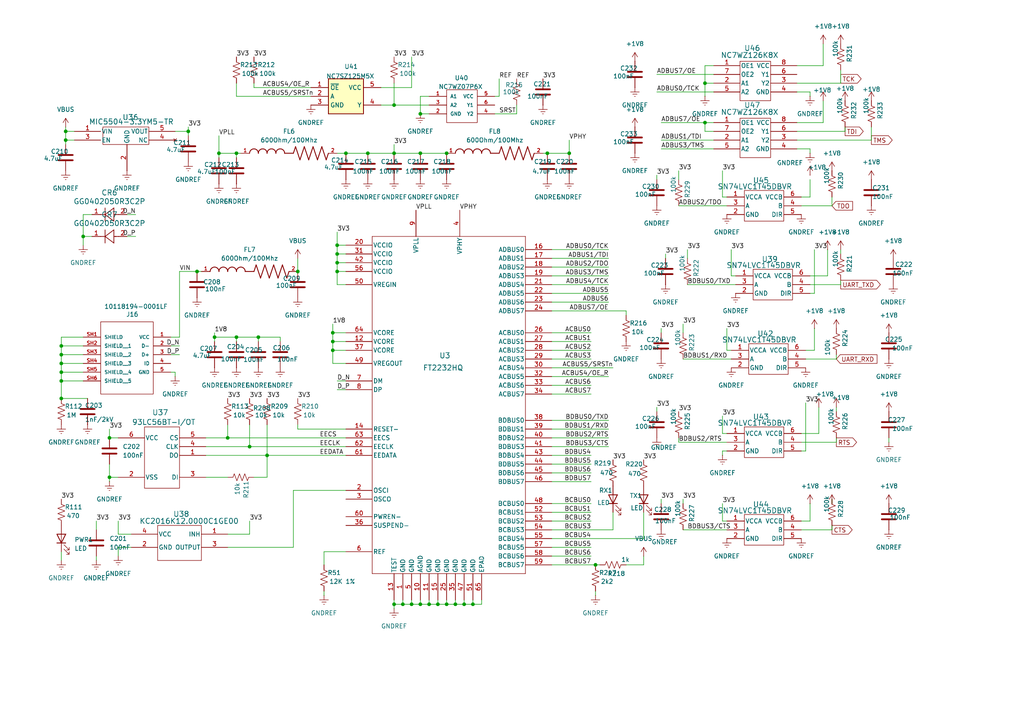
<source format=kicad_sch>
(kicad_sch (version 20231120) (generator "eeschema") (generator_version "8.0")
  (paper "A4")
  (junction (at 97.79 71.12))
  (junction (at 17.78 115.57))
  (junction (at 132.08 175.26))
  (junction (at 24.13 68.58))
  (junction (at 17.78 110.49))
  (junction (at 72.39 129.54))
  (junction (at 137.16 175.26))
  (junction (at 116.84 175.26))
  (junction (at 68.58 97.79))
  (junction (at 121.92 44.45))
  (junction (at 204.47 24.13))
  (junction (at 119.38 175.26))
  (junction (at 97.79 78.74))
  (junction (at 100.33 44.45))
  (junction (at 86.36 78.74))
  (junction (at 74.93 97.79))
  (junction (at 17.78 100.33))
  (junction (at 17.78 105.41))
  (junction (at 17.78 102.87))
  (junction (at 96.52 96.52))
  (junction (at 54.61 38.1))
  (junction (at 121.92 33.02))
  (junction (at 124.46 175.26))
  (junction (at 63.5 44.45))
  (junction (at 129.54 175.26))
  (junction (at 158.75 44.45))
  (junction (at 106.68 44.45))
  (junction (at 77.47 132.08))
  (junction (at 17.78 107.95))
  (junction (at 31.75 127))
  (junction (at 19.05 38.1))
  (junction (at 57.15 78.74))
  (junction (at 97.79 76.2))
  (junction (at 165.1 44.45))
  (junction (at 121.92 175.26))
  (junction (at 96.52 101.6))
  (junction (at 96.52 99.06))
  (junction (at 114.3 30.48))
  (junction (at 19.05 40.64))
  (junction (at 62.23 97.79))
  (junction (at 134.62 175.26))
  (junction (at 127 175.26))
  (junction (at 172.72 163.83))
  (junction (at 114.3 175.26))
  (junction (at 129.54 44.45))
  (junction (at 97.79 73.66))
  (junction (at 114.3 44.45))
  (junction (at 31.75 138.43))
  (junction (at 66.04 127))
  (junction (at 204.47 35.56))
  (junction (at 68.58 44.45))
  (wire (pts (xy 196.85 128.27) (xy 196.85 127)))
  (wire (pts (xy 86.36 74.93) (xy 86.36 78.74)))
  (wire (pts (xy 97.79 44.45) (xy 100.33 44.45)))
  (wire (pts (xy 177.8 153.67) (xy 177.8 148.59)))
  (wire (pts (xy 242.57 118.11) (xy 242.57 119.38)))
  (wire (pts (xy 158.75 44.45) (xy 165.1 44.45)))
  (wire (pts (xy 119.38 25.4) (xy 119.38 16.51)))
  (wire (pts (xy 160.02 82.55) (xy 176.53 82.55)))
  (wire (pts (xy 196.85 59.69) (xy 210.82 59.69)))
  (wire (pts (xy 19.05 40.64) (xy 19.05 38.1)))
  (wire (pts (xy 143.51 33.02) (xy 149.86 33.02)))
  (wire (pts (xy 68.58 99.06) (xy 68.58 97.79)))
  (wire (pts (xy 31.75 138.43) (xy 34.29 138.43)))
  (wire (pts (xy 160.02 96.52) (xy 171.45 96.52)))
  (wire (pts (xy 160.02 129.54) (xy 176.53 129.54)))
  (wire (pts (xy 72.39 129.54) (xy 100.33 129.54)))
  (wire (pts (xy 191.77 95.25) (xy 191.77 96.52)))
  (wire (pts (xy 34.29 151.13) (xy 34.29 154.94)))
  (wire (pts (xy 160.02 127) (xy 176.53 127)))
  (wire (pts (xy 31.75 139.7) (xy 31.75 138.43)))
  (wire (pts (xy 199.39 72.39) (xy 199.39 74.93)))
  (wire (pts (xy 129.54 175.26) (xy 127 175.26)))
  (wire (pts (xy 172.72 171.45) (xy 172.72 172.72)))
  (wire (pts (xy 186.69 163.83) (xy 186.69 161.29)))
  (wire (pts (xy 34.29 158.75) (xy 34.29 161.29)))
  (wire (pts (xy 17.78 107.95) (xy 17.78 110.49)))
  (wire (pts (xy 66.04 127) (xy 100.33 127)))
  (wire (pts (xy 31.75 124.46) (xy 31.75 127)))
  (wire (pts (xy 52.07 78.74) (xy 57.15 78.74)))
  (wire (pts (xy 137.16 175.26) (xy 134.62 175.26)))
  (wire (pts (xy 160.02 104.14) (xy 171.45 104.14)))
  (wire (pts (xy 231.14 43.18) (xy 234.95 43.18)))
  (wire (pts (xy 72.39 151.13) (xy 72.39 154.94)))
  (wire (pts (xy 100.33 160.02) (xy 93.98 160.02)))
  (wire (pts (xy 54.61 36.83) (xy 54.61 38.1)))
  (wire (pts (xy 160.02 121.92) (xy 176.53 121.92)))
  (wire (pts (xy 50.8 109.22) (xy 50.8 107.95)))
  (wire (pts (xy 198.12 93.98) (xy 198.12 96.52)))
  (wire (pts (xy 160.02 106.68) (xy 177.8 106.68)))
  (wire (pts (xy 243.84 72.39) (xy 243.84 73.66)))
  (wire (pts (xy 137.16 173.99) (xy 137.16 175.26)))
  (wire (pts (xy 114.3 44.45) (xy 121.92 44.45)))
  (wire (pts (xy 97.79 76.2) (xy 100.33 76.2)))
  (wire (pts (xy 63.5 44.45) (xy 63.5 45.72)))
  (wire (pts (xy 160.02 87.63) (xy 176.53 87.63)))
  (wire (pts (xy 121.92 33.02) (xy 124.46 33.02)))
  (wire (pts (xy 127 175.26) (xy 124.46 175.26)))
  (wire (pts (xy 234.95 151.13) (xy 234.95 146.05)))
  (wire (pts (xy 96.52 105.41) (xy 96.52 101.6)))
  (wire (pts (xy 210.82 125.73) (xy 209.55 125.73)))
  (wire (pts (xy 252.73 36.83) (xy 252.73 40.64)))
  (wire (pts (xy 191.77 144.78) (xy 191.77 146.05)))
  (wire (pts (xy 193.04 73.66) (xy 193.04 74.93)))
  (wire (pts (xy 24.13 68.58) (xy 24.13 71.12)))
  (wire (pts (xy 52.07 78.74) (xy 52.07 97.79)))
  (wire (pts (xy 160.02 146.05) (xy 171.45 146.05)))
  (wire (pts (xy 198.12 104.14) (xy 212.09 104.14)))
  (wire (pts (xy 17.78 100.33) (xy 17.78 102.87)))
  (wire (pts (xy 243.84 81.28) (xy 243.84 82.55)))
  (wire (pts (xy 209.55 120.65) (xy 209.55 125.73)))
  (wire (pts (xy 198.12 144.78) (xy 198.12 146.05)))
  (wire (pts (xy 160.02 124.46) (xy 176.53 124.46)))
  (wire (pts (xy 149.86 30.48) (xy 149.86 33.02)))
  (wire (pts (xy 119.38 173.99) (xy 119.38 175.26)))
  (wire (pts (xy 17.78 97.79) (xy 17.78 100.33)))
  (wire (pts (xy 234.95 57.15) (xy 234.95 52.07)))
  (wire (pts (xy 74.93 97.79) (xy 68.58 97.79)))
  (wire (pts (xy 85.09 142.24) (xy 100.33 142.24)))
  (wire (pts (xy 232.41 128.27) (xy 242.57 128.27)))
  (wire (pts (xy 234.95 27.94) (xy 234.95 26.67)))
  (wire (pts (xy 59.69 129.54) (xy 72.39 129.54)))
  (wire (pts (xy 160.02 74.93) (xy 176.53 74.93)))
  (wire (pts (xy 124.46 175.26) (xy 121.92 175.26)))
  (wire (pts (xy 100.33 101.6) (xy 96.52 101.6)))
  (wire (pts (xy 238.76 35.56) (xy 238.76 29.21)))
  (wire (pts (xy 160.02 77.47) (xy 176.53 77.47)))
  (wire (pts (xy 24.13 97.79) (xy 17.78 97.79)))
  (wire (pts (xy 100.33 99.06) (xy 96.52 99.06)))
  (wire (pts (xy 160.02 163.83) (xy 172.72 163.83)))
  (wire (pts (xy 160.02 148.59) (xy 171.45 148.59)))
  (wire (pts (xy 160.02 153.67) (xy 177.8 153.67)))
  (wire (pts (xy 237.49 125.73) (xy 237.49 118.11)))
  (wire (pts (xy 26.67 68.58) (xy 24.13 68.58)))
  (wire (pts (xy 100.33 124.46) (xy 86.36 124.46)))
  (wire (pts (xy 17.78 160.02) (xy 17.78 162.56)))
  (wire (pts (xy 93.98 160.02) (xy 93.98 163.83)))
  (wire (pts (xy 127 173.99) (xy 127 175.26)))
  (wire (pts (xy 68.58 97.79) (xy 62.23 97.79)))
  (wire (pts (xy 62.23 97.79) (xy 62.23 99.06)))
  (wire (pts (xy 100.33 44.45) (xy 106.68 44.45)))
  (wire (pts (xy 160.02 99.06) (xy 171.45 99.06)))
  (wire (pts (xy 209.55 49.53) (xy 209.55 57.15)))
  (wire (pts (xy 59.69 127) (xy 66.04 127)))
  (wire (pts (xy 97.79 78.74) (xy 100.33 78.74)))
  (wire (pts (xy 24.13 107.95) (xy 17.78 107.95)))
  (wire (pts (xy 236.22 101.6) (xy 236.22 95.25)))
  (wire (pts (xy 232.41 125.73) (xy 237.49 125.73)))
  (wire (pts (xy 160.02 139.7) (xy 171.45 139.7)))
  (wire (pts (xy 36.83 62.23) (xy 39.37 62.23)))
  (wire (pts (xy 160.02 132.08) (xy 171.45 132.08)))
  (wire (pts (xy 57.15 78.74) (xy 58.42 78.74)))
  (wire (pts (xy 97.79 73.66) (xy 100.33 73.66)))
  (wire (pts (xy 19.05 38.1) (xy 19.05 36.83)))
  (wire (pts (xy 121.92 173.99) (xy 121.92 175.26)))
  (wire (pts (xy 172.72 163.83) (xy 173.99 163.83)))
  (wire (pts (xy 245.11 36.83) (xy 245.11 38.1)))
  (wire (pts (xy 68.58 27.94) (xy 90.17 27.94)))
  (wire (pts (xy 210.82 151.13) (xy 209.55 151.13)))
  (wire (pts (xy 106.68 44.45) (xy 114.3 44.45)))
  (wire (pts (xy 114.3 30.48) (xy 110.49 30.48)))
  (wire (pts (xy 121.92 44.45) (xy 129.54 44.45)))
  (wire (pts (xy 191.77 40.64) (xy 207.01 40.64)))
  (wire (pts (xy 139.7 175.26) (xy 137.16 175.26)))
  (wire (pts (xy 116.84 173.99) (xy 116.84 175.26)))
  (wire (pts (xy 160.02 80.01) (xy 176.53 80.01)))
  (wire (pts (xy 160.02 137.16) (xy 171.45 137.16)))
  (wire (pts (xy 114.3 30.48) (xy 124.46 30.48)))
  (wire (pts (xy 134.62 173.99) (xy 134.62 175.26)))
  (wire (pts (xy 231.14 40.64) (xy 252.73 40.64)))
  (wire (pts (xy 36.83 68.58) (xy 39.37 68.58)))
  (wire (pts (xy 49.53 100.33) (xy 52.07 100.33)))
  (wire (pts (xy 119.38 175.26) (xy 116.84 175.26)))
  (wire (pts (xy 24.13 105.41) (xy 17.78 105.41)))
  (wire (pts (xy 160.02 85.09) (xy 176.53 85.09)))
  (wire (pts (xy 21.59 40.64) (xy 19.05 40.64)))
  (wire (pts (xy 96.52 101.6) (xy 96.52 99.06)))
  (wire (pts (xy 213.36 80.01) (xy 212.09 80.01)))
  (wire (pts (xy 191.77 43.18) (xy 207.01 43.18)))
  (wire (pts (xy 68.58 44.45) (xy 63.5 44.45)))
  (wire (pts (xy 196.85 49.53) (xy 196.85 52.07)))
  (wire (pts (xy 66.04 123.19) (xy 66.04 127)))
  (wire (pts (xy 114.3 24.13) (xy 114.3 30.48)))
  (wire (pts (xy 139.7 173.99) (xy 139.7 175.26)))
  (wire (pts (xy 240.03 80.01) (xy 240.03 72.39)))
  (wire (pts (xy 24.13 100.33) (xy 17.78 100.33)))
  (wire (pts (xy 157.48 44.45) (xy 158.75 44.45)))
  (wire (pts (xy 114.3 175.26) (xy 114.3 176.53)))
  (wire (pts (xy 21.59 38.1) (xy 19.05 38.1)))
  (wire (pts (xy 234.95 82.55) (xy 243.84 82.55)))
  (wire (pts (xy 96.52 99.06) (xy 96.52 96.52)))
  (wire (pts (xy 231.14 35.56) (xy 238.76 35.56)))
  (wire (pts (xy 232.41 57.15) (xy 234.95 57.15)))
  (wire (pts (xy 204.47 27.94) (xy 204.47 24.13)))
  (wire (pts (xy 86.36 124.46) (xy 86.36 123.19)))
  (wire (pts (xy 110.49 25.4) (xy 119.38 25.4)))
  (wire (pts (xy 160.02 134.62) (xy 171.45 134.62)))
  (wire (pts (xy 160.02 151.13) (xy 171.45 151.13)))
  (wire (pts (xy 132.08 173.99) (xy 132.08 175.26)))
  (wire (pts (xy 210.82 130.81) (xy 209.55 130.81)))
  (wire (pts (xy 190.5 50.8) (xy 190.5 52.07)))
  (wire (pts (xy 63.5 39.37) (xy 63.5 44.45)))
  (wire (pts (xy 190.5 26.67) (xy 207.01 26.67)))
  (wire (pts (xy 181.61 163.83) (xy 186.69 163.83)))
  (wire (pts (xy 234.95 85.09) (xy 236.22 85.09)))
  (wire (pts (xy 234.95 80.01) (xy 240.03 80.01)))
  (wire (pts (xy 121.92 175.26) (xy 119.38 175.26)))
  (wire (pts (xy 93.98 171.45) (xy 93.98 172.72)))
  (wire (pts (xy 190.5 21.59) (xy 207.01 21.59)))
  (wire (pts (xy 73.66 24.13) (xy 73.66 25.4)))
  (wire (pts (xy 210.82 57.15) (xy 209.55 57.15)))
  (wire (pts (xy 68.58 44.45) (xy 69.85 44.45)))
  (wire (pts (xy 96.52 96.52) (xy 96.52 93.98)))
  (wire (pts (xy 97.79 110.49) (xy 100.33 110.49)))
  (wire (pts (xy 50.8 107.95) (xy 49.53 107.95)))
  (wire (pts (xy 160.02 90.17) (xy 181.61 90.17)))
  (wire (pts (xy 231.14 38.1) (xy 245.11 38.1)))
  (wire (pts (xy 231.14 19.05) (xy 238.76 19.05)))
  (wire (pts (xy 24.13 110.49) (xy 17.78 110.49)))
  (wire (pts (xy 212.09 72.39) (xy 212.09 80.01)))
  (wire (pts (xy 24.13 62.23) (xy 24.13 68.58)))
  (wire (pts (xy 97.79 78.74) (xy 97.79 76.2)))
  (wire (pts (xy 132.08 175.26) (xy 129.54 175.26)))
  (wire (pts (xy 241.3 59.69) (xy 241.3 57.15)))
  (wire (pts (xy 26.67 62.23) (xy 24.13 62.23)))
  (wire (pts (xy 199.39 82.55) (xy 213.36 82.55)))
  (wire (pts (xy 236.22 72.39) (xy 236.22 85.09)))
  (wire (pts (xy 257.81 127) (xy 257.81 128.27)))
  (wire (pts (xy 73.66 25.4) (xy 90.17 25.4)))
  (wire (pts (xy 38.1 154.94) (xy 34.29 154.94)))
  (wire (pts (xy 59.69 132.08) (xy 77.47 132.08)))
  (wire (pts (xy 209.55 151.13) (xy 209.55 146.05)))
  (wire (pts (xy 160.02 72.39) (xy 176.53 72.39)))
  (wire (pts (xy 232.41 153.67) (xy 241.3 153.67)))
  (wire (pts (xy 234.95 26.67) (xy 231.14 26.67)))
  (wire (pts (xy 238.76 19.05) (xy 238.76 12.7)))
  (wire (pts (xy 243.84 20.32) (xy 243.84 24.13)))
  (wire (pts (xy 31.75 127) (xy 34.29 127)))
  (wire (pts (xy 77.47 123.19) (xy 77.47 132.08)))
  (wire (pts (xy 77.47 138.43) (xy 77.47 132.08)))
  (wire (pts (xy 160.02 109.22) (xy 176.53 109.22)))
  (wire (pts (xy 160.02 101.6) (xy 171.45 101.6)))
  (wire (pts (xy 191.77 35.56) (xy 204.47 35.56)))
  (wire (pts (xy 97.79 73.66) (xy 97.79 71.12)))
  (wire (pts (xy 114.3 41.91) (xy 114.3 44.45)))
  (wire (pts (xy 68.58 45.72) (xy 68.58 44.45)))
  (wire (pts (xy 181.61 91.44) (xy 181.61 90.17)))
  (wire (pts (xy 72.39 154.94) (xy 66.04 154.94)))
  (wire (pts (xy 121.92 27.94) (xy 121.92 33.02)))
  (wire (pts (xy 27.94 161.29) (xy 27.94 162.56)))
  (wire (pts (xy 242.57 128.27) (xy 242.57 127)))
  (wire (pts (xy 72.39 123.19) (xy 72.39 129.54)))
  (wire (pts (xy 212.09 101.6) (xy 210.82 101.6)))
  (wire (pts (xy 204.47 38.1) (xy 204.47 35.56)))
  (wire (pts (xy 100.33 105.41) (xy 96.52 105.41)))
  (wire (pts (xy 207.01 19.05) (xy 204.47 19.05)))
  (wire (pts (xy 124.46 173.99) (xy 124.46 175.26)))
  (wire (pts (xy 196.85 128.27) (xy 210.82 128.27)))
  (wire (pts (xy 207.01 38.1) (xy 204.47 38.1)))
  (wire (pts (xy 49.53 102.87) (xy 52.07 102.87)))
  (wire (pts (xy 54.61 38.1) (xy 54.61 39.37)))
  (wire (pts (xy 233.68 104.14) (xy 242.57 104.14)))
  (wire (pts (xy 19.05 40.64) (xy 19.05 41.91)))
  (wire (pts (xy 144.78 27.94) (xy 143.51 27.94)))
  (wire (pts (xy 97.79 76.2) (xy 97.79 73.66)))
  (wire (pts (xy 17.78 105.41) (xy 17.78 107.95)))
  (wire (pts (xy 31.75 134.62) (xy 31.75 138.43)))
  (wire (pts (xy 97.79 82.55) (xy 97.79 78.74)))
  (wire (pts (xy 68.58 24.13) (xy 68.58 27.94)))
  (wire (pts (xy 186.69 156.21) (xy 186.69 148.59)))
  (wire (pts (xy 233.68 130.81) (xy 233.68 116.84)))
  (wire (pts (xy 160.02 111.76) (xy 171.45 111.76)))
  (wire (pts (xy 232.41 130.81) (xy 233.68 130.81)))
  (wire (pts (xy 81.28 99.06) (xy 81.28 97.79)))
  (wire (pts (xy 100.33 96.52) (xy 96.52 96.52)))
  (wire (pts (xy 74.93 99.06) (xy 74.93 97.79)))
  (wire (pts (xy 165.1 40.64) (xy 165.1 44.45)))
  (wire (pts (xy 144.78 27.94) (xy 144.78 22.86)))
  (wire (pts (xy 62.23 96.52) (xy 62.23 97.79)))
  (wire (pts (xy 241.3 144.78) (xy 241.3 146.05)))
  (wire (pts (xy 124.46 27.94) (xy 121.92 27.94)))
  (wire (pts (xy 241.3 153.67) (xy 241.3 152.4)))
  (wire (pts (xy 232.41 59.69) (xy 241.3 59.69)))
  (wire (pts (xy 17.78 115.57) (xy 25.4 115.57)))
  (wire (pts (xy 38.1 158.75) (xy 34.29 158.75)))
  (wire (pts (xy 27.94 151.13) (xy 27.94 153.67)))
  (wire (pts (xy 233.68 101.6) (xy 236.22 101.6)))
  (wire (pts (xy 210.82 95.25) (xy 210.82 101.6)))
  (wire (pts (xy 97.79 71.12) (xy 100.33 71.12)))
  (wire (pts (xy 73.66 138.43) (xy 77.47 138.43)))
  (wire (pts (xy 160.02 158.75) (xy 171.45 158.75)))
  (wire (pts (xy 204.47 35.56) (xy 207.01 35.56)))
  (wire (pts (xy 231.14 24.13) (xy 243.84 24.13)))
  (wire (pts (xy 234.95 43.18) (xy 234.95 44.45)))
  (wire (pts (xy 242.57 104.14) (xy 242.57 102.87)))
  (wire (pts (xy 100.33 82.55) (xy 97.79 82.55)))
  (wire (pts (xy 24.13 102.87) (xy 17.78 102.87)))
  (wire (pts (xy 52.07 97.79) (xy 49.53 97.79)))
  (wire (pts (xy 204.47 19.05) (xy 204.47 24.13)))
  (wire (pts (xy 209.55 130.81) (xy 209.55 132.08)))
  (wire (pts (xy 66.04 158.75) (xy 85.09 158.75)))
  (wire (pts (xy 97.79 71.12) (xy 97.79 67.31)))
  (wire (pts (xy 116.84 175.26) (xy 114.3 175.26)))
  (wire (pts (xy 204.47 24.13) (xy 207.01 24.13)))
  (wire (pts (xy 232.41 151.13) (xy 234.95 151.13)))
  (wire (pts (xy 114.3 173.99) (xy 114.3 175.26)))
  (wire (pts (xy 129.54 173.99) (xy 129.54 175.26)))
  (wire (pts (xy 160.02 156.21) (xy 186.69 156.21)))
  (wire (pts (xy 97.79 113.03) (xy 100.33 113.03)))
  (wire (pts (xy 85.09 158.75) (xy 85.09 142.24)))
  (wire (pts (xy 198.12 153.67) (xy 210.82 153.67)))
  (wire (pts (xy 160.02 161.29) (xy 171.45 161.29)))
  (wire (pts (xy 134.62 175.26) (xy 132.08 175.26)))
  (wire (pts (xy 17.78 110.49) (xy 17.78 115.57)))
  (wire (pts (xy 77.47 132.08) (xy 100.33 132.08)))
  (wire (pts (xy 190.5 118.11) (xy 190.5 119.38)))
  (wire (pts (xy 160.02 114.3) (xy 171.45 114.3)))
  (wire (pts (xy 50.8 38.1) (xy 54.61 38.1)))
  (wire (pts (xy 81.28 97.79) (xy 74.93 97.79)))
  (wire (pts (xy 17.78 102.87) (xy 17.78 105.41)))
  (wire (pts (xy 59.69 138.43) (xy 66.04 138.43)))
  (label "ADBUS2{slash}TDO" (at 176.53 77.47 180))
  (label "D_N" (at 52.07 100.33 180))
  (label "3V3" (at 209.55 146.05 0))
  (label "3V3" (at 114.3 41.91 0))
  (label "3V3" (at 233.68 116.84 0))
  (label "VPLL" (at 63.5 39.37 0))
  (label "D_P" (at 97.79 113.03 0))
  (label "3V3" (at 114.3 16.51 0))
  (label "3V3" (at 77.47 115.57 0))
  (label "ADBUS5" (at 176.53 85.09 180))
  (label "BCBUS1" (at 171.45 148.59 180))
  (label "ACBUS0" (at 171.45 96.52 180))
  (label "BDBUS0{slash}TXD" (at 176.53 121.92 180))
  (label "3V3" (at 119.38 16.51 0))
  (label "3V3" (at 198.12 93.98 0))
  (label "3V3" (at 73.66 16.51 0))
  (label "3V3" (at 34.29 151.13 0))
  (label "3V3" (at 97.79 67.31 0))
  (label "BDBUS3{slash}CTS" (at 199.39 153.67 0))
  (label "ADBUS3{slash}TMS" (at 191.77 43.18 0))
  (label "3V3" (at 212.09 72.39 0))
  (label "3V3" (at 209.55 49.53 0))
  (label "VPHY" (at 165.1 40.64 0))
  (label "ACBUS3" (at 171.45 104.14 180))
  (label "BDBUS6" (at 171.45 137.16 180))
  (label "BDBUS3{slash}CTS" (at 176.53 129.54 180))
  (label "3V3" (at 86.36 115.57 0))
  (label "ACBUS7" (at 171.45 114.3 180))
  (label "3V3" (at 236.22 72.39 0))
  (label "EECLK" (at 92.71 129.54 0))
  (label "BDBUS0{slash}TXD" (at 199.39 82.55 0))
  (label "3V3" (at 191.77 144.78 0))
  (label "EECS" (at 92.71 127 0))
  (label "REF" (at 144.78 22.86 0))
  (label "3V3" (at 190.5 50.8 0))
  (label "D_P" (at 39.37 68.58 180))
  (label "REF" (at 149.86 22.86 0))
  (label "D_N" (at 97.79 110.49 0))
  (label "VPHY" (at 133.35 60.96 0))
  (label "3V3" (at 31.75 124.46 0))
  (label "3V3" (at 191.77 95.25 0))
  (label "VPLL" (at 120.65 60.96 0))
  (label "3V3" (at 196.85 49.53 0))
  (label "ADBUS7{slash}OE" (at 190.5 21.59 0))
  (label "3V3" (at 66.04 115.57 0))
  (label "3V3" (at 190.5 118.11 0))
  (label "ADBUS4{slash}TCK" (at 176.53 82.55 180))
  (label "BCBUS7" (at 171.45 163.83 180))
  (label "3V3" (at 198.12 144.78 0))
  (label "ACBUS2" (at 171.45 101.6 180))
  (label "ACBUS5{slash}SRSTn" (at 76.2 27.94 0))
  (label "3V3" (at 177.8 133.35 0))
  (label "ADBUS0{slash}TCK" (at 176.53 72.39 180))
  (label "EEDATA" (at 92.71 132.08 0))
  (label "3V3" (at 157.48 22.86 0))
  (label "3V3" (at 199.39 72.39 0))
  (label "3V3" (at 193.04 73.66 0))
  (label "BCBUS6" (at 171.45 161.29 180))
  (label "ACBUS4{slash}OE_R" (at 76.2 25.4 0))
  (label "ADBUS2{slash}TDO" (at 196.85 59.69 0))
  (label "ADBUS0{slash}TCK" (at 190.5 26.67 0))
  (label "D_N" (at 39.37 62.23 180))
  (label "ADBUS7{slash}OE" (at 191.77 35.56 0))
  (label "1V8" (at 96.52 93.98 0))
  (label "3V3" (at 72.39 151.13 0))
  (label "3V3" (at 196.85 119.38 0))
  (label "ACBUS6" (at 171.45 111.76 180))
  (label "3V3" (at 27.94 151.13 0))
  (label "D_P" (at 52.07 102.87 180))
  (label "BDBUS2{slash}RTS" (at 196.85 128.27 0))
  (label "BCBUS2" (at 171.45 151.13 180))
  (label "ADBUS1{slash}TDI" (at 191.77 40.64 0))
  (label "BDBUS2{slash}RTS" (at 176.53 127 180))
  (label "3V3" (at 54.61 36.83 0))
  (label "BDBUS1{slash}RXD" (at 198.12 104.14 0))
  (label "3V3" (at 210.82 95.25 0))
  (label "BDBUS5" (at 171.45 134.62 180))
  (label "ACBUS4{slash}OE_R" (at 176.53 109.22 180))
  (label "ACBUS5{slash}SRSTn" (at 177.8 106.68 180))
  (label "ADBUS3{slash}TMS" (at 176.53 80.01 180))
  (label "3V3" (at 17.78 144.78 0))
  (label "BDBUS4" (at 171.45 132.08 180))
  (label "BCBUS3" (at 171.45 153.67 180))
  (label "ADBUS1{slash}TDI" (at 176.53 74.93 180))
  (label "BCBUS5" (at 171.45 158.75 180))
  (label "BDBUS7" (at 171.45 139.7 180))
  (label "BDBUS1{slash}RXD" (at 176.53 124.46 180))
  (label "3V3" (at 186.69 133.35 0))
  (label "ADBUS6" (at 176.53 87.63 180))
  (label "ADBUS7{slash}OE" (at 176.53 90.17 180))
  (label "BCBUS0" (at 171.45 146.05 180))
  (label "3V3" (at 209.55 120.65 0))
  (label "BCBUS4" (at 171.45 156.21 180))
  (label "3V3" (at 68.58 16.51 0))
  (label "1V8" (at 62.23 96.52 0))
  (label "3V3" (at 72.39 115.57 0))
  (label "VIN" (at 52.07 78.74 0))
  (label "ACBUS1" (at 171.45 99.06 180))
  (label "SRST" (at 144.78 33.02 0))
  (global_label "TMS" (shape output) (at 252.73 40.64 0) (property "Intersheetrefs" "${INTERSHEET_REFS}" (effects (hide yes))))
  (global_label "RTS" (shape output) (at 242.57 128.27 0) (property "Intersheetrefs" "${INTERSHEET_REFS}" (effects (hide yes))))
  (global_label "TDI" (shape output) (at 245.11 38.1 0) (property "Intersheetrefs" "${INTERSHEET_REFS}" (effects (hide yes))))
  (global_label "UART_RXD" (shape input) (at 242.57 104.14 0) (property "Intersheetrefs" "${INTERSHEET_REFS}" (effects (hide yes))))
  (global_label "UART_TXD" (shape output) (at 243.84 82.55 0) (property "Intersheetrefs" "${INTERSHEET_REFS}" (effects (hide yes))))
  (global_label "TCK" (shape output) (at 243.84 22.86 0) (property "Intersheetrefs" "${INTERSHEET_REFS}" (effects (hide yes))))
  (global_label "TDO" (shape input) (at 241.3 59.69 0) (property "Intersheetrefs" "${INTERSHEET_REFS}" (effects (hide yes))))
  (global_label "CTS" (shape output) (at 241.3 153.67 0) (property "Intersheetrefs" "${INTERSHEET_REFS}" (effects (hide yes))))
  (symbol (lib_id "power:GNDREF") (at 68.58 106.68 0) (unit 1)
    (property "Reference" "#PWR0283" (effects (hide yes)))
    (property "Value" "GNDREF" (at 68.58 111.76 0))
    (property "Description" "Power symbol creates a global label with name \"GNDREF\" , reference supply ground" (effects (hide yes)))
  )
  (symbol (lib_id "Device:R_US") (at 93.98 167.64 0) (unit 1)
    (property "Reference" "R51" (at 94.996 166.116 0) (effects (justify left)))
    (property "Value" "12K 1%" (at 95.504 168.656 0) (effects (justify left)))
    (property "Footprint" "footprints:R_0402" (effects (hide yes)))
    (property "Description" "Resistor, US symbol" (effects (hide yes)))
    (property "LCSC PN" "C114760" (effects (hide yes)))
  )
  (symbol (lib_id "Device:C") (at 184.15 21.59 0) (unit 1)
    (property "Reference" "C232" (at 179.832 19.812 0) (effects (justify left)))
    (property "Value" "100nF" (at 177.8 22.098 0) (effects (justify left)))
    (property "Footprint" "footprints:C_0402" (effects (hide yes)))
    (property "Description" "Unpolarized capacitor" (effects (hide yes)))
    (property "LCSC PN" "c1525" (effects (hide yes)))
  )
  (symbol (lib_id "Device:R_US") (at 196.85 55.88 180) (unit 1)
    (property "Reference" "R229" (at 199.39 52.324 90) (effects (justify left)))
    (property "Value" "100k" (at 195.326 51.054 90) (effects (justify left)))
    (property "Footprint" "footprints:R_0402" (effects (hide yes)))
    (property "Description" "Resistor, US symbol" (effects (hide yes)))
    (property "LCSC PN" "C60491" (effects (hide yes)))
  )
  (symbol (lib_id "KC2016K12-0000C1GE00:KC2016K12.0000C1GE00") (at 38.1 156.21 0) (unit 1)
    (property "Reference" "U38" (at 52.578 149.098 0) (effects (font (size 1.524 1.524))))
    (property "Value" "KC2016K12.0000C1GE00" (at 54.864 151.13 0) (effects (font (size 1.524 1.524))))
    (property "Footprint" "footprints:KC2016K_KYO" (effects (hide yes)))
    (property "Datasheet" "KC2016K12.0000C1GE00" (effects (hide yes)))
  )
  (symbol (lib_id "GG0402050R3C2P:GG0402050R3C2P") (at 36.83 62.23 180) (unit 1)
    (property "Reference" "CR6" (at 31.75 55.88 0) (effects (font (size 1.524 1.524))))
    (property "Value" "GG0402050R3C2P" (at 31.75 58.42 0) (effects (font (size 1.524 1.524))))
    (property "Footprint" "footprints:CR_050R3C2P_AVX" (effects (hide yes)))
    (property "Datasheet" "GG0402050R3C2P" (effects (hide yes)))
  )
  (symbol (lib_id "power:GNDREF") (at 24.13 71.12 0) (unit 1)
    (property "Reference" "#PWR0288" (effects (hide yes)))
    (property "Value" "GNDREF" (at 24.13 76.2 0))
    (property "Description" "Power symbol creates a global label with name \"GNDREF\" , reference supply ground" (effects (hide yes)))
  )
  (symbol (lib_id "power:GNDREF") (at 106.68 52.07 0) (unit 1)
    (property "Reference" "#PWR0299" (effects (hide yes)))
    (property "Value" "GNDREF" (at 106.68 57.15 0))
    (property "Description" "Power symbol creates a global label with name \"GNDREF\" , reference supply ground" (effects (hide yes)))
  )
  (symbol (lib_id "power:+1V8") (at 257.81 119.38 0) (unit 1)
    (property "Reference" "#PWR0309" (effects (hide yes)))
    (property "Value" "+1V8" (at 257.81 114.3 0))
    (property "Description" "Power symbol creates a global label with name \"+1V8\"" (effects (hide yes)))
  )
  (symbol (lib_id "MIC5504_3_3YM5_TR:MIC5504-3.3YM5-TR") (at 21.59 38.1 0) (unit 1)
    (property "Reference" "U36" (at 37.846 34.036 0) (effects (font (size 1.524 1.524))))
    (property "Value" "MIC5504-3.3YM5-TR" (at 38.1 35.306 0) (effects (font (size 1.524 1.524))))
    (property "Footprint" "footprints:SOT-23-5_MC_MCH" (effects (hide yes)))
    (property "Datasheet" "MIC5504-3.3YM5-TR" (effects (hide yes)))
    (property "LCSC PN" "C88419" (effects (hide yes)))
  )
  (symbol (lib_id "Device:C") (at 100.33 48.26 0) (unit 1)
    (property "Reference" "C214" (at 96.012 46.482 0) (effects (justify left)))
    (property "Value" "4.7uF" (at 93.98 48.514 0) (effects (justify left)))
    (property "Footprint" "footprints:C_0402" (effects (hide yes)))
    (property "Description" "Unpolarized capacitor" (effects (hide yes)))
    (property "LCSC PN" "c23733" (effects (hide yes)))
  )
  (symbol (lib_id "power:+1V8") (at 184.15 36.83 0) (unit 1)
    (property "Reference" "#PWR0272" (effects (hide yes)))
    (property "Value" "+1V8" (at 184.15 31.75 0))
    (property "Description" "Power symbol creates a global label with name \"+1V8\"" (effects (hide yes)))
  )
  (symbol (lib_id "Device:C") (at 190.5 123.19 0) (unit 1)
    (property "Reference" "C226" (at 186.182 121.412 0) (effects (justify left)))
    (property "Value" "100nF" (at 184.15 123.698 0) (effects (justify left)))
    (property "Footprint" "footprints:C_0402" (effects (hide yes)))
    (property "Description" "Unpolarized capacitor" (effects (hide yes)))
    (property "LCSC PN" "c1525" (effects (hide yes)))
  )
  (symbol (lib_id "Device:C") (at 184.15 40.64 0) (unit 1)
    (property "Reference" "C233" (at 179.832 38.862 0) (effects (justify left)))
    (property "Value" "100nF" (at 177.8 41.148 0) (effects (justify left)))
    (property "Footprint" "footprints:C_0402" (effects (hide yes)))
    (property "Description" "Unpolarized capacitor" (effects (hide yes)))
    (property "LCSC PN" "c1525" (effects (hide yes)))
  )
  (symbol (lib_id "power:GNDREF") (at 193.04 82.55 0) (unit 1)
    (property "Reference" "#PWR0320" (effects (hide yes)))
    (property "Value" "GNDREF" (at 193.04 87.63 0))
    (property "Description" "Power symbol creates a global label with name \"GNDREF\" , reference supply ground" (effects (hide yes)))
  )
  (symbol (lib_id "power:GNDREF") (at 86.36 86.36 0) (unit 1)
    (property "Reference" "#PWR0289" (effects (hide yes)))
    (property "Value" "GNDREF" (at 86.36 91.44 0))
    (property "Description" "Power symbol creates a global label with name \"GNDREF\" , reference supply ground" (effects (hide yes)))
  )
  (symbol (lib_id "Device:R_US") (at 243.84 77.47 180) (unit 1)
    (property "Reference" "R221" (at 246.38 73.914 90) (effects (justify left)))
    (property "Value" "100k" (at 242.316 72.644 90) (effects (justify left)))
    (property "Footprint" "footprints:R_0402" (effects (hide yes)))
    (property "Description" "Resistor, US symbol" (effects (hide yes)))
    (property "LCSC PN" "C60491" (effects (hide yes)))
  )
  (symbol (lib_id "power:GNDREF") (at 34.29 161.29 0) (unit 1)
    (property "Reference" "#PWR0267" (effects (hide yes)))
    (property "Value" "GNDREF" (at 34.29 166.37 0))
    (property "Description" "Power symbol creates a global label with name \"GNDREF\" , reference supply ground" (effects (hide yes)))
  )
  (symbol (lib_id "Device:R_US") (at 241.3 53.34 180) (unit 1)
    (property "Reference" "R230" (at 243.84 49.784 90) (effects (justify left)))
    (property "Value" "100k" (at 239.776 48.514 90) (effects (justify left)))
    (property "Footprint" "footprints:R_0402" (effects (hide yes)))
    (property "Description" "Resistor, US symbol" (effects (hide yes)))
    (property "LCSC PN" "C60491" (effects (hide yes)))
  )
  (symbol (lib_id "power:GNDREF") (at 81.28 106.68 0) (unit 1)
    (property "Reference" "#PWR0285" (effects (hide yes)))
    (property "Value" "GNDREF" (at 81.28 111.76 0))
    (property "Description" "Power symbol creates a global label with name \"GNDREF\" , reference supply ground" (effects (hide yes)))
  )
  (symbol (lib_id "Device:R_US") (at 17.78 148.59 0) (unit 1)
    (property "Reference" "R111" (at 18.796 147.066 0) (effects (justify left)))
    (property "Value" "470" (at 19.304 149.606 0) (effects (justify left)))
    (property "Footprint" "footprints:R_0402" (effects (hide yes)))
    (property "Description" "Resistor, US symbol" (effects (hide yes)))
    (property "LCSC PN" "C114877" (effects (hide yes)))
  )
  (symbol (lib_id "power:+1V8") (at 238.76 29.21 0) (unit 1)
    (property "Reference" "#PWR0273" (effects (hide yes)))
    (property "Value" "+1V8" (at 238.506 26.162 0))
    (property "Description" "Power symbol creates a global label with name \"+1V8\"" (effects (hide yes)))
  )
  (symbol (lib_id "Device:C") (at 257.81 100.33 0) (unit 1)
    (property "Reference" "C225" (at 256.6706 98.4515 0) (effects (justify left)))
    (property "Value" "100nF" (at 258.7026 100.9915 0) (effects (justify left)))
    (property "Footprint" "footprints:C_0402" (effects (hide yes)))
    (property "Description" "Unpolarized capacitor" (effects (hide yes)))
    (property "LCSC PN" "c1525" (effects (hide yes)))
  )
  (symbol (lib_id "power:GNDREF") (at 212.09 106.68 0) (unit 1)
    (property "Reference" "#PWR0329" (effects (hide yes)))
    (property "Value" "GNDREF" (at 212.09 111.76 0))
    (property "Description" "Power symbol creates a global label with name \"GNDREF\" , reference supply ground" (effects (hide yes)))
  )
  (symbol (lib_id "power:GNDREF") (at 210.82 156.21 0) (unit 1)
    (property "Reference" "#PWR0343" (effects (hide yes)))
    (property "Value" "GNDREF" (at 210.82 161.29 0))
    (property "Description" "Power symbol creates a global label with name \"GNDREF\" , reference supply ground" (effects (hide yes)))
  )
  (symbol (lib_id "Device:R_US") (at 181.61 95.25 0) (unit 1)
    (property "Reference" "R216" (at 182.626 93.726 0) (effects (justify left)))
    (property "Value" "10k" (at 183.134 96.266 0) (effects (justify left)))
    (property "Footprint" "footprints:R_0402" (effects (hide yes)))
    (property "Description" "Resistor, US symbol" (effects (hide yes)))
    (property "LCSC PN" "C60490" (effects (hide yes)))
  )
  (symbol (lib_id "power:VBUS") (at 186.69 161.29 0) (unit 1)
    (property "Reference" "#PWR0214" (effects (hide yes)))
    (property "Value" "VBUS" (at 186.69 156.21 0))
    (property "Description" "Power symbol creates a global label with name \"VBUS\"" (effects (hide yes)))
  )
  (symbol (lib_id "Device:C") (at 27.94 157.48 0) (unit 1)
    (property "Reference" "C201" (at 31.75 156.2099 0) (effects (justify left)))
    (property "Value" "100nF" (at 31.75 158.7499 0) (effects (justify left)))
    (property "Footprint" "footprints:C_0402" (effects (hide yes)))
    (property "Description" "Unpolarized capacitor" (effects (hide yes)))
    (property "LCSC PN" "c1525" (effects (hide yes)))
  )
  (symbol (lib_id "power:GNDREF") (at 63.5 53.34 0) (unit 1)
    (property "Reference" "#PWR0296" (effects (hide yes)))
    (property "Value" "GNDREF" (at 63.5 58.42 0))
    (property "Description" "Power symbol creates a global label with name \"GNDREF\" , reference supply ground" (effects (hide yes)))
  )
  (symbol (lib_id "Device:R_US") (at 77.47 119.38 0) (unit 1)
    (property "Reference" "R209" (at 78.486 117.856 0) (effects (justify left)))
    (property "Value" "10k" (at 78.994 120.396 0) (effects (justify left)))
    (property "Footprint" "footprints:R_0402" (effects (hide yes)))
    (property "Description" "Resistor, US symbol" (effects (hide yes)))
    (property "LCSC PN" "C60490" (effects (hide yes)))
  )
  (symbol (lib_id "power:+1V8") (at 241.3 49.53 0) (unit 1)
    (property "Reference" "#PWR0281" (effects (hide yes)))
    (property "Value" "+1V8" (at 241.3 44.45 0))
    (property "Description" "Power symbol creates a global label with name \"+1V8\"" (effects (hide yes)))
  )
  (symbol (lib_id "SN74LVC1T45DBVR:SN74LVC1T45DBVR") (at 212.09 62.23 0) (unit 1)
    (property "Reference" "U45" (at 220.726 52.324 0) (effects (font (size 1.524 1.524))))
    (property "Value" "SN74LVC1T45DBVR" (at 218.948 54.102 0) (effects (font (size 1.524 1.524))))
    (property "Footprint" "footprints:DBV0006A_L" (effects (hide yes)))
    (property "Datasheet" "SN74LVC1T45DBVR" (effects (hide yes)))
    (property "LCSC PN" "C7843" (effects (hide yes)))
  )
  (symbol (lib_id "power:GNDREF") (at 157.48 30.48 0) (unit 1)
    (property "Reference" "#PWR0313" (effects (hide yes)))
    (property "Value" "GNDREF" (at 157.48 35.56 0))
    (property "Description" "Power symbol creates a global label with name \"GNDREF\" , reference supply ground" (effects (hide yes)))
  )
  (symbol (lib_id "Device:R_US") (at 69.85 138.43 270) (unit 1)
    (property "Reference" "R211" (at 71.374 139.446 0) (effects (justify left)))
    (property "Value" "10k" (at 68.834 139.954 0) (effects (justify left)))
    (property "Footprint" "footprints:R_0402" (effects (hide yes)))
    (property "Description" "Resistor, US symbol" (effects (hide yes)))
    (property "LCSC PN" "C60490" (effects (hide yes)))
  )
  (symbol (lib_id "Device:C") (at 259.08 78.74 0) (unit 1)
    (property "Reference" "C222" (at 259.588 76.708 0) (effects (justify left)))
    (property "Value" "100nF" (at 258.826 79.248 0) (effects (justify left)))
    (property "Footprint" "footprints:C_0402" (effects (hide yes)))
    (property "Description" "Unpolarized capacitor" (effects (hide yes)))
    (property "LCSC PN" "c1525" (effects (hide yes)))
  )
  (symbol (lib_id "Device:R_US") (at 172.72 167.64 0) (unit 1)
    (property "Reference" "R217" (at 173.736 166.116 0) (effects (justify left)))
    (property "Value" "2k2" (at 174.244 168.656 0) (effects (justify left)))
    (property "Footprint" "footprints:R_0402" (effects (hide yes)))
    (property "Description" "Resistor, US symbol" (effects (hide yes)))
    (property "LCSC PN" "c114762" (effects (hide yes)))
  )
  (symbol (lib_id "power:GNDREF") (at 252.73 59.69 0) (unit 1)
    (property "Reference" "#PWR0352" (effects (hide yes)))
    (property "Value" "GNDREF" (at 252.73 64.77 0))
    (property "Description" "Power symbol creates a global label with name \"GNDREF\" , reference supply ground" (effects (hide yes)))
  )
  (symbol (lib_id "power:+1V8") (at 257.81 96.52 0) (unit 1)
    (property "Reference" "#PWR0303" (effects (hide yes)))
    (property "Value" "+1V8" (at 257.81 91.44 0))
    (property "Description" "Power symbol creates a global label with name \"+1V8\"" (effects (hide yes)))
  )
  (symbol (lib_id "Device:C") (at 252.73 55.88 0) (unit 1)
    (property "Reference" "C231" (at 253.0043 54.5055 0) (effects (justify left)))
    (property "Value" "100nF" (at 253.0043 57.0455 0) (effects (justify left)))
    (property "Footprint" "footprints:C_0402" (effects (hide yes)))
    (property "Description" "Unpolarized capacitor" (effects (hide yes)))
    (property "LCSC PN" "c1525" (effects (hide yes)))
  )
  (symbol (lib_id "power:GNDREF") (at 172.72 172.72 0) (unit 1)
    (property "Reference" "#PWR0316" (effects (hide yes)))
    (property "Value" "GNDREF" (at 172.72 177.8 0))
    (property "Description" "Power symbol creates a global label with name \"GNDREF\" , reference supply ground" (effects (hide yes)))
  )
  (symbol (lib_id "Device:LED") (at 186.69 144.78 90) (unit 1)
    (property "Reference" "TX1" (at 182.626 143.764 90) (effects (justify right)))
    (property "Value" "LED" (at 182.88 147.32 90) (effects (justify right)))
    (property "Footprint" "footprints:LED_0402_1005Metric" (effects (hide yes)))
    (property "Description" "Light emitting diode" (effects (hide yes)))
    (property "LCSC PN" "C434449" (effects (hide yes)))
  )
  (symbol (lib_id "power:GNDREF") (at 191.77 153.67 0) (unit 1)
    (property "Reference" "#PWR0340" (effects (hide yes)))
    (property "Value" "GNDREF" (at 192.7488 157.1777 0))
    (property "Description" "Power symbol creates a global label with name \"GNDREF\" , reference supply ground" (effects (hide yes)))
  )
  (symbol (lib_id "Device:C") (at 257.81 149.86 0) (unit 1)
    (property "Reference" "C229" (at 257.5188 148.0337 0) (effects (justify left)))
    (property "Value" "100nF" (at 258.0268 150.0657 0) (effects (justify left)))
    (property "Footprint" "footprints:C_0402" (effects (hide yes)))
    (property "Description" "Unpolarized capacitor" (effects (hide yes)))
    (property "LCSC PN" "c1525" (effects (hide yes)))
  )
  (symbol (lib_id "Device:R_US") (at 245.11 33.02 180) (unit 1)
    (property "Reference" "R232" (at 247.65 29.464 90) (effects (justify left)))
    (property "Value" "100k" (at 243.586 28.194 90) (effects (justify left)))
    (property "Footprint" "footprints:R_0402" (effects (hide yes)))
    (property "Description" "Resistor, US symbol" (effects (hide yes)))
    (property "LCSC PN" "C60491" (effects (hide yes)))
  )
  (symbol (lib_id "power:GNDREF") (at 184.15 44.45 0) (unit 1)
    (property "Reference" "#PWR0359" (effects (hide yes)))
    (property "Value" "GNDREF" (at 184.15 49.53 0))
    (property "Description" "Power symbol creates a global label with name \"GNDREF\" , reference supply ground" (effects (hide yes)))
  )
  (symbol (lib_id "Device:R_US") (at 241.3 148.59 180) (unit 1)
    (property "Reference" "R228" (at 243.84 145.034 90) (effects (justify left)))
    (property "Value" "100k" (at 239.776 143.764 90) (effects (justify left)))
    (property "Footprint" "footprints:R_0402" (effects (hide yes)))
    (property "Description" "Resistor, US symbol" (effects (hide yes)))
    (property "LCSC PN" "C60491" (effects (hide yes)))
  )
  (symbol (lib_id "power:+1V8") (at 252.73 52.07 0) (unit 1)
    (property "Reference" "#PWR0286" (effects (hide yes)))
    (property "Value" "+1V8" (at 252.73 46.99 0))
    (property "Description" "Power symbol creates a global label with name \"+1V8\"" (effects (hide yes)))
  )
  (symbol (lib_id "Device:C") (at 25.4 119.38 0) (unit 1)
    (property "Reference" "C203" (at 24.638 117.602 0) (effects (justify left)))
    (property "Value" "1nF/2kV" (at 24.638 121.666 0) (effects (justify left)))
    (property "Footprint" "footprints:C_1210_3225Metric" (effects (hide yes)))
    (property "Description" "Unpolarized capacitor" (effects (hide yes)))
    (property "LCSC PN" "c173219" (effects (hide yes)))
  )
  (symbol (lib_id "power:+1V8") (at 241.3 146.05 0) (unit 1)
    (property "Reference" "#PWR0312" (effects (hide yes)))
    (property "Value" "+1V8" (at 241.3 140.97 0))
    (property "Description" "Power symbol creates a global label with name \"+1V8\"" (effects (hide yes)))
  )
  (symbol (lib_id "power:GNDREF") (at 232.41 62.23 0) (unit 1)
    (property "Reference" "#PWR0351" (effects (hide yes)))
    (property "Value" "GNDREF" (at 232.41 67.31 0))
    (property "Description" "Power symbol creates a global label with name \"GNDREF\" , reference supply ground" (effects (hide yes)))
  )
  (symbol (lib_id "Device:C") (at 191.77 100.33 0) (unit 1)
    (property "Reference" "C224" (at 187.452 98.552 0) (effects (justify left)))
    (property "Value" "100nF" (at 185.42 100.838 0) (effects (justify left)))
    (property "Footprint" "footprints:C_0402" (effects (hide yes)))
    (property "Description" "Unpolarized capacitor" (effects (hide yes)))
    (property "LCSC PN" "c1525" (effects (hide yes)))
  )
  (symbol (lib_id "BLM18AG601SZ1D:BLM18AG601SZ1D") (at 85.09 44.45 0) (unit 1)
    (property "Reference" "FL6" (at 83.82 38.1 0))
    (property "Value" "600Ohm/100Mhz" (at 83.82 40.64 0))
    (property "Footprint" "footprints:BEADC1608X95N" (effects (hide yes)))
    (property "LCSC PN" "C19330" (effects (hide yes)))
  )
  (symbol (lib_id "NC7WZ126:NC7WZ126K8X") (at 190.5 19.05 0) (unit 1)
    (property "Reference" "U46" (at 218.186 13.97 0) (effects (font (size 1.524 1.524))))
    (property "Value" "NC7WZ126K8X" (at 217.424 16.002 0) (effects (font (size 1.524 1.524))))
    (property "Footprint" "footprints:US8-8_2P1X2P4_ONS" (effects (hide yes)))
    (property "Datasheet" "NC7WZ126K8X" (effects (hide yes)))
    (property "LCSC PN" "C172455 " (effects (hide yes)))
  )
  (symbol (lib_id "Device:C") (at 121.92 48.26 0) (unit 1)
    (property "Reference" "C217" (at 118.0356 46.8921 0) (effects (justify left)))
    (property "Value" "100nF" (at 117.5276 49.6861 0) (effects (justify left)))
    (property "Footprint" "footprints:C_0402" (effects (hide yes)))
    (property "Description" "Unpolarized capacitor" (effects (hide yes)))
    (property "LCSC PN" "c1525" (effects (hide yes)))
  )
  (symbol (lib_id "Device:C") (at 257.81 123.19 0) (unit 1)
    (property "Reference" "C227" (at 257.4901 121.7783 0) (effects (justify left)))
    (property "Value" "100nF" (at 258.7601 124.3183 0) (effects (justify left)))
    (property "Footprint" "footprints:C_0402" (effects (hide yes)))
    (property "Description" "Unpolarized capacitor" (effects (hide yes)))
    (property "LCSC PN" "c1525" (effects (hide yes)))
  )
  (symbol (lib_id "Device:C") (at 165.1 48.26 0) (unit 1)
    (property "Reference" "C220" (at 161.2156 46.8921 0) (effects (justify left)))
    (property "Value" "100nF" (at 160.7076 49.6861 0) (effects (justify left)))
    (property "Footprint" "footprints:C_0402" (effects (hide yes)))
    (property "Description" "Unpolarized capacitor" (effects (hide yes)))
    (property "LCSC PN" "c1525" (effects (hide yes)))
  )
  (symbol (lib_id "Device:C") (at 129.54 48.26 0) (unit 1)
    (property "Reference" "C218" (at 125.6556 46.8921 0) (effects (justify left)))
    (property "Value" "100nF" (at 125.1476 49.6861 0) (effects (justify left)))
    (property "Footprint" "footprints:C_0402" (effects (hide yes)))
    (property "Description" "Unpolarized capacitor" (effects (hide yes)))
    (property "LCSC PN" "c1525" (effects (hide yes)))
  )
  (symbol (lib_id "power:GNDREF") (at 165.1 52.07 0) (unit 1)
    (property "Reference" "#PWR0305" (effects (hide yes)))
    (property "Value" "GNDREF" (at 165.1 57.15 0))
    (property "Description" "Power symbol creates a global label with name \"GNDREF\" , reference supply ground" (effects (hide yes)))
  )
  (symbol (lib_id "power:GNDREF") (at 234.95 27.94 0) (unit 1)
    (property "Reference" "#PWR0355" (effects (hide yes)))
    (property "Value" "GNDREF" (at 234.95 33.02 0))
    (property "Description" "Power symbol creates a global label with name \"GNDREF\" , reference supply ground" (effects (hide yes)))
  )
  (symbol (lib_id "Device:C") (at 158.75 48.26 0) (unit 1)
    (property "Reference" "C219" (at 154.8656 46.8921 0) (effects (justify left)))
    (property "Value" "4.7uF" (at 154.3576 49.6861 0) (effects (justify left)))
    (property "Footprint" "footprints:C_0402" (effects (hide yes)))
    (property "Description" "Unpolarized capacitor" (effects (hide yes)))
    (property "LCSC PN" "c23733" (effects (hide yes)))
  )
  (symbol (lib_id "power:GNDREF") (at 19.05 49.53 0) (unit 1)
    (property "Reference" "#PWR0292" (effects (hide yes)))
    (property "Value" "GNDREF" (at 19.05 54.61 0))
    (property "Description" "Power symbol creates a global label with name \"GNDREF\" , reference supply ground" (effects (hide yes)))
  )
  (symbol (lib_id "Device:R_US") (at 177.8 137.16 0) (unit 1)
    (property "Reference" "R219" (at 172.212 134.366 0) (effects (justify left)))
    (property "Value" "470" (at 173.99 137.16 0) (effects (justify left)))
    (property "Footprint" "footprints:R_0402" (effects (hide yes)))
    (property "Description" "Resistor, US symbol" (effects (hide yes)))
    (property "LCSC PN" "C114877" (effects (hide yes)))
  )
  (symbol (lib_id "Device:C") (at 191.77 149.86 0) (unit 1)
    (property "Reference" "C228" (at 189.7008 147.7797 0) (effects (justify left)))
    (property "Value" "100nF" (at 189.9548 151.0817 0) (effects (justify left)))
    (property "Footprint" "footprints:C_0402" (effects (hide yes)))
    (property "Description" "Unpolarized capacitor" (effects (hide yes)))
    (property "LCSC PN" "c1525" (effects (hide yes)))
  )
  (symbol (lib_id "power:GNDREF") (at 191.77 104.14 0) (unit 1)
    (property "Reference" "#PWR0326" (effects (hide yes)))
    (property "Value" "GNDREF" (at 191.77 109.22 0))
    (property "Description" "Power symbol creates a global label with name \"GNDREF\" , reference supply ground" (effects (hide yes)))
  )
  (symbol (lib_id "power:GNDREF") (at 213.36 85.09 0) (unit 1)
    (property "Reference" "#PWR0319" (effects (hide yes)))
    (property "Value" "GNDREF" (at 213.36 90.17 0))
    (property "Description" "Power symbol creates a global label with name \"GNDREF\" , reference supply ground" (effects (hide yes)))
  )
  (symbol (lib_id "Device:C") (at 81.28 102.87 0) (unit 1)
    (property "Reference" "C206" (at 79.0783 100.9079 0) (effects (justify left)))
    (property "Value" "100nF" (at 80.3483 104.2099 0) (effects (justify left)))
    (property "Footprint" "footprints:C_0402" (effects (hide yes)))
    (property "Description" "Unpolarized capacitor" (effects (hide yes)))
    (property "LCSC PN" "c1525" (effects (hide yes)))
  )
  (symbol (lib_id "power:+1V8") (at 243.84 12.7 0) (unit 1)
    (property "Reference" "#PWR0269" (effects (hide yes)))
    (property "Value" "+1V8" (at 243.84 7.62 0))
    (property "Description" "Power symbol creates a global label with name \"+1V8\"" (effects (hide yes)))
  )
  (symbol (lib_id "power:GNDREF") (at 31.75 139.7 0) (unit 1)
    (property "Reference" "#PWR0274" (effects (hide yes)))
    (property "Value" "GNDREF" (at 31.75 144.78 0))
    (property "Description" "Power symbol creates a global label with name \"GNDREF\" , reference supply ground" (effects (hide yes)))
  )
  (symbol (lib_id "SN74LVC1T45DBVR:SN74LVC1T45DBVR") (at 213.36 106.68 0) (unit 1)
    (property "Reference" "U42" (at 221.996 96.774 0) (effects (font (size 1.524 1.524))))
    (property "Value" "SN74LVC1T45DBVR" (at 220.218 98.552 0) (effects (font (size 1.524 1.524))))
    (property "Footprint" "footprints:DBV0006A_L" (effects (hide yes)))
    (property "Datasheet" "SN74LVC1T45DBVR" (effects (hide yes)))
    (property "LCSC PN" "C7843" (effects (hide yes)))
  )
  (symbol (lib_id "Device:C") (at 62.23 102.87 0) (unit 1)
    (property "Reference" "C207" (at 57.912 101.092 0) (effects (justify left)))
    (property "Value" "4.7uF" (at 55.88 103.124 0) (effects (justify left)))
    (property "Footprint" "footprints:C_0402" (effects (hide yes)))
    (property "Description" "Unpolarized capacitor" (effects (hide yes)))
    (property "LCSC PN" "c23733" (effects (hide yes)))
  )
  (symbol (lib_id "power:GNDREF") (at 90.17 30.48 0) (unit 1)
    (property "Reference" "#PWR0306" (effects (hide yes)))
    (property "Value" "GNDREF" (at 90.17 35.56 0))
    (property "Description" "Power symbol creates a global label with name \"GNDREF\" , reference supply ground" (effects (hide yes)))
  )
  (symbol (lib_id "power:GNDREF") (at 114.3 52.07 0) (unit 1)
    (property "Reference" "#PWR0300" (effects (hide yes)))
    (property "Value" "GNDREF" (at 114.3 57.15 0))
    (property "Description" "Power symbol creates a global label with name \"GNDREF\" , reference supply ground" (effects (hide yes)))
  )
  (symbol (lib_id "power:GNDREF") (at 257.81 153.67 0) (unit 1)
    (property "Reference" "#PWR0345" (effects (hide yes)))
    (property "Value" "GNDREF" (at 257.81 158.75 0))
    (property "Description" "Power symbol creates a global label with name \"GNDREF\" , reference supply ground" (effects (hide yes)))
  )
  (symbol (lib_id "power:+1V8") (at 237.49 118.11 0) (unit 1)
    (property "Reference" "#PWR0307" (effects (hide yes)))
    (property "Value" "+1V8" (at 239.268 114.3 0))
    (property "Description" "Power symbol creates a global label with name \"+1V8\"" (effects (hide yes)))
  )
  (symbol (lib_id "power:GNDREF") (at 25.4 123.19 0) (unit 1)
    (property "Reference" "#PWR0276" (effects (hide yes)))
    (property "Value" "GNDREF" (at 25.4 128.27 0))
    (property "Description" "Power symbol creates a global label with name \"GNDREF\" , reference supply ground" (effects (hide yes)))
  )
  (symbol (lib_id "power:GNDREF") (at 129.54 52.07 0) (unit 1)
    (property "Reference" "#PWR0302" (effects (hide yes)))
    (property "Value" "GNDREF" (at 129.54 57.15 0))
    (property "Description" "Power symbol creates a global label with name \"GNDREF\" , reference supply ground" (effects (hide yes)))
  )
  (symbol (lib_id "GG0402050R3C2P:GG0402050R3C2P") (at 36.83 68.58 180) (unit 1)
    (property "Reference" "CR7" (at 31.75 62.23 0) (effects (font (size 1.524 1.524))))
    (property "Value" "GG0402050R3C2P" (at 31.75 64.77 0) (effects (font (size 1.524 1.524))))
    (property "Footprint" "footprints:CR_050R3C2P_AVX" (effects (hide yes)))
    (property "Datasheet" "GG0402050R3C2P" (effects (hide yes)))
  )
  (symbol (lib_id "FT2232HQ:FT2232HQ") (at 107.95 63.5 0) (unit 1)
    (property "Reference" "U3" (at 129.032 103.124 0) (effects (font (size 1.524 1.524))))
    (property "Value" "FT2232HQ" (at 128.524 106.68 0) (effects (font (size 1.524 1.524))))
    (property "Footprint" "footprints:64QFN_FT2232HQ_FTD" (effects (hide yes)))
    (property "Datasheet" "FT2232HQ" (effects (hide yes)))
    (property "LCSC PN" "C193662" (effects (hide yes)))
  )
  (symbol (lib_id "power:+1V8") (at 234.95 146.05 0) (unit 1)
    (property "Reference" "#PWR0310" (effects (hide yes)))
    (property "Value" "+1V8" (at 234.95 140.97 0))
    (property "Description" "Power symbol creates a global label with name \"+1V8\"" (effects (hide yes)))
  )
  (symbol (lib_id "power:GNDREF") (at 234.95 44.45 0) (unit 1)
    (property "Reference" "#PWR0354" (effects (hide yes)))
    (property "Value" "GNDREF" (at 229.108 47.244 0))
    (property "Description" "Power symbol creates a global label with name \"GNDREF\" , reference supply ground" (effects (hide yes)))
  )
  (symbol (lib_id "power:+1V8") (at 259.08 74.93 0) (unit 1)
    (property "Reference" "#PWR0290" (effects (hide yes)))
    (property "Value" "+1V8" (at 259.08 69.85 0))
    (property "Description" "Power symbol creates a global label with name \"+1V8\"" (effects (hide yes)))
  )
  (symbol (lib_id "power:GNDREF") (at 184.15 25.4 0) (unit 1)
    (property "Reference" "#PWR0357" (effects (hide yes)))
    (property "Value" "GNDREF" (at 184.15 30.48 0))
    (property "Description" "Power symbol creates a global label with name \"GNDREF\" , reference supply ground" (effects (hide yes)))
  )
  (symbol (lib_id "power:GNDREF") (at 36.83 49.53 0) (unit 1)
    (property "Reference" "#PWR0293" (effects (hide yes)))
    (property "Value" "GNDREF" (at 36.83 54.61 0))
    (property "Description" "Power symbol creates a global label with name \"GNDREF\" , reference supply ground" (effects (hide yes)))
  )
  (symbol (lib_id "74xGxx:NC7SZ125M5X") (at 100.33 27.94 0) (unit 1)
    (property "Reference" "U41" (at 101.854 19.304 0))
    (property "Value" "NC7SZ125M5X" (at 101.6 22.098 0))
    (property "Footprint" "footprints:SC-74A_318BQ_ONS" (effects (hide yes)))
    (property "Datasheet" "https://www.onsemi.com/pdf/datasheet/nc7sz125-d.pdf" (effects (hide yes)))
    (property "Description" "TinyLogic UHS Buffer, Tri-State Output, SOT-23-5" (effects (hide yes)))
    (property "LCSC PN" "C7420" (effects (hide yes)))
  )
  (symbol (lib_id "Device:R_US") (at 177.8 163.83 90) (unit 1)
    (property "Reference" "R218" (at 181.356 166.37 90) (effects (justify left)))
    (property "Value" "1k" (at 182.626 162.306 90) (effects (justify left)))
    (property "Footprint" "footprints:R_0402" (effects (hide yes)))
    (property "Description" "Resistor, US symbol" (effects (hide yes)))
    (property "LCSC PN" "c106235" (effects (hide yes)))
  )
  (symbol (lib_id "power:+1V8") (at 242.57 118.11 0) (unit 1)
    (property "Reference" "#PWR0308" (effects (hide yes)))
    (property "Value" "+1V8" (at 243.84 115.316 0))
    (property "Description" "Power symbol creates a global label with name \"+1V8\"" (effects (hide yes)))
  )
  (symbol (lib_id "power:GNDREF") (at 54.61 46.99 0) (unit 1)
    (property "Reference" "#PWR0295" (effects (hide yes)))
    (property "Value" "GNDREF" (at 54.61 52.07 0))
    (property "Description" "Power symbol creates a global label with name \"GNDREF\" , reference supply ground" (effects (hide yes)))
  )
  (symbol (lib_id "power:GNDREF") (at 27.94 162.56 0) (unit 1)
    (property "Reference" "#PWR0270" (effects (hide yes)))
    (property "Value" "GNDREF" (at 27.94 167.64 0))
    (property "Description" "Power symbol creates a global label with name \"GNDREF\" , reference supply ground" (effects (hide yes)))
  )
  (symbol (lib_id "Device:R_US") (at 243.84 16.51 180) (unit 1)
    (property "Reference" "R231" (at 246.38 12.954 90) (effects (justify left)))
    (property "Value" "100k" (at 242.316 11.684 90) (effects (justify left)))
    (property "Footprint" "footprints:R_0402" (effects (hide yes)))
    (property "Description" "Resistor, US symbol" (effects (hide yes)))
    (property "LCSC PN" "C60491" (effects (hide yes)))
  )
  (symbol (lib_id "power:+1V8") (at 257.81 146.05 0) (unit 1)
    (property "Reference" "#PWR0315" (effects (hide yes)))
    (property "Value" "+1V8" (at 257.81 140.97 0))
    (property "Description" "Power symbol creates a global label with name \"+1V8\"" (effects (hide yes)))
  )
  (symbol (lib_id "Device:C") (at 193.04 78.74 0) (unit 1)
    (property "Reference" "C223" (at 188.722 76.962 0) (effects (justify left)))
    (property "Value" "100nF" (at 186.69 79.248 0) (effects (justify left)))
    (property "Footprint" "footprints:C_0402" (effects (hide yes)))
    (property "Description" "Unpolarized capacitor" (effects (hide yes)))
    (property "LCSC PN" "c1525" (effects (hide yes)))
  )
  (symbol (lib_id "10118194-0001LF:10118194-0001LF") (at 36.83 104.14 0) (unit 1)
    (property "Reference" "J16" (at 36.576 91.186 0) (effects (justify left)))
    (property "Value" "10118194-0001LF" (at 30.226 88.9 0) (effects (justify left)))
    (property "Footprint" "footprints:AMPHENOL_10118194-0001LF" (effects (hide yes)))
    (property "PARTREV" "D" (effects (hide yes)))
    (property "MANUFACTURER" "Amphenol" (effects (hide yes)))
    (property "MAXIMUM_PACKAGE_HEIGHT" "2.66mm" (effects (hide yes)))
    (property "STANDARD" "Manufacturer Recommendations" (effects (hide yes)))
    (property "LCSC PN" "C132563" (effects (hide yes)))
  )
  (symbol (lib_id "Device:C") (at 54.61 43.18 0) (unit 1)
    (property "Reference" "C211" (at 50.292 41.402 0) (effects (justify left)))
    (property "Value" "4.7uF" (at 48.26 43.434 0) (effects (justify left)))
    (property "Footprint" "footprints:C_0402" (effects (hide yes)))
    (property "Description" "Unpolarized capacitor" (effects (hide yes)))
    (property "LCSC PN" "c23733" (effects (hide yes)))
  )
  (symbol (lib_id "power:GNDREF") (at 93.98 172.72 0) (unit 1)
    (property "Reference" "#PWR0265" (effects (hide yes)))
    (property "Value" "GNDREF" (at 93.98 177.8 0))
    (property "Description" "Power symbol creates a global label with name \"GNDREF\" , reference supply ground" (effects (hide yes)))
  )
  (symbol (lib_id "power:VBUS") (at 19.05 36.83 0) (unit 1)
    (property "Reference" "#PWR0325" (effects (hide yes)))
    (property "Value" "VBUS" (at 19.05 31.75 0))
    (property "Description" "Power symbol creates a global label with name \"VBUS\"" (effects (hide yes)))
  )
  (symbol (lib_id "Device:R_US") (at 149.86 26.67 0) (unit 1)
    (property "Reference" "R215" (at 146.558 24.638 0) (effects (justify left)))
    (property "Value" "100k" (at 145.796 26.67 0) (effects (justify left)))
    (property "Footprint" "footprints:R_0402" (effects (hide yes)))
    (property "Description" "Resistor, US symbol" (effects (hide yes)))
    (property "LCSC PN" "C60491" (effects (hide yes)))
  )
  (symbol (lib_id "power:VBUS") (at 86.36 74.93 0) (unit 1)
    (property "Reference" "#PWR0324" (effects (hide yes)))
    (property "Value" "VBUS" (at 86.36 69.85 0))
    (property "Description" "Power symbol creates a global label with name \"VBUS\"" (effects (hide yes)))
  )
  (symbol (lib_id "93LC56BT_I_OT:93LC56BT-I_OT") (at 38.1 129.54 0) (unit 1)
    (property "Reference" "U37" (at 46.482 119.634 0) (effects (font (size 1.524 1.524))))
    (property "Value" "93LC56BT-I/OT" (at 47.498 122.428 0) (effects (font (size 1.524 1.524))))
    (property "Footprint" "footprints:SOT-23-6_MC_MCH" (effects (hide yes)))
    (property "Datasheet" "93LC56BT-I/OT" (effects (hide yes)))
    (property "LCSC PN" "C190271" (effects (hide yes)))
  )
  (symbol (lib_id "power:GNDREF") (at 17.78 162.56 0) (unit 1)
    (property "Reference" "#PWR0271" (effects (hide yes)))
    (property "Value" "GNDREF" (at 17.78 167.64 0))
    (property "Description" "Power symbol creates a global label with name \"GNDREF\" , reference supply ground" (effects (hide yes)))
  )
  (symbol (lib_id "power:+1V8") (at 243.84 72.39 0) (unit 1)
    (property "Reference" "#PWR0287" (effects (hide yes)))
    (property "Value" "+1V8" (at 243.84 67.31 0))
    (property "Description" "Power symbol creates a global label with name \"+1V8\"" (effects (hide yes)))
  )
  (symbol (lib_id "power:+1V8") (at 242.57 95.25 0) (unit 1)
    (property "Reference" "#PWR0294" (effects (hide yes)))
    (property "Value" "+1V8" (at 242.57 90.17 0))
    (property "Description" "Power symbol creates a global label with name \"+1V8\"" (effects (hide yes)))
  )
  (symbol (lib_id "Device:C") (at 68.58 102.87 0) (unit 1)
    (property "Reference" "C204" (at 65.786 100.584 0) (effects (justify left)))
    (property "Value" "100nF" (at 64.008 104.14 0) (effects (justify left)))
    (property "Footprint" "footprints:C_0402" (effects (hide yes)))
    (property "Description" "Unpolarized capacitor" (effects (hide yes)))
    (property "LCSC PN" "c1525" (effects (hide yes)))
  )
  (symbol (lib_id "power:GNDREF") (at 158.75 52.07 0) (unit 1)
    (property "Reference" "#PWR0304" (effects (hide yes)))
    (property "Value" "GNDREF" (at 158.75 57.15 0))
    (property "Description" "Power symbol creates a global label with name \"GNDREF\" , reference supply ground" (effects (hide yes)))
  )
  (symbol (lib_id "BLM18AG601SZ1D:BLM18AG601SZ1D") (at 73.66 78.74 0) (unit 1)
    (property "Reference" "FL7" (at 72.39 72.39 0))
    (property "Value" "600Ohm/100Mhz" (at 72.39 74.93 0))
    (property "Footprint" "footprints:BEADC1608X95N" (effects (hide yes)))
    (property "LCSC PN" "C19330" (effects (hide yes)))
  )
  (symbol (lib_id "Device:C") (at 74.93 102.87 0) (unit 1)
    (property "Reference" "C205" (at 71.0456 101.5021 0) (effects (justify left)))
    (property "Value" "100nF" (at 70.5376 104.2961 0) (effects (justify left)))
    (property "Footprint" "footprints:C_0402" (effects (hide yes)))
    (property "Description" "Unpolarized capacitor" (effects (hide yes)))
    (property "LCSC PN" "c1525" (effects (hide yes)))
  )
  (symbol (lib_id "Device:R_US") (at 242.57 99.06 180) (unit 1)
    (property "Reference" "R224" (at 245.11 95.504 90) (effects (justify left)))
    (property "Value" "100k" (at 240.03 98.298 90) (effects (justify left)))
    (property "Footprint" "footprints:R_0402" (effects (hide yes)))
    (property "Description" "Resistor, US symbol" (effects (hide yes)))
    (property "LCSC PN" "C60491" (effects (hide yes)))
  )
  (symbol (lib_id "NC7WZ07P6X:NC7WZ07P6X") (at 135.89 31.75 0) (unit 1)
    (property "Reference" "U40" (at 133.858 22.606 0))
    (property "Value" "NC7WZ07P6X" (at 133.604 25.146 0))
    (property "Footprint" "footprints:NC7WZ07P6X" (effects (hide yes)))
    (property "SUPPLIER" "FAIRCHILD SEMICONDUCTOR" (effects (hide yes)))
    (property "OC_FARNELL" "1470998" (effects (hide yes)))
    (property "OC_NEWARK" "58K9469" (effects (hide yes)))
    (property "MPN" "NC7WZ07P6X" (effects (hide yes)))
    (property "PACKAGE" "SC-70-6" (effects (hide yes)))
    (property "LCSC PN" "C95342" (effects (hide yes)))
  )
  (symbol (lib_id "Device:C") (at 68.58 49.53 0) (unit 1)
    (property "Reference" "C213" (at 64.262 47.752 0) (effects (justify left)))
    (property "Value" "100nF" (at 62.23 49.784 0) (effects (justify left)))
    (property "Footprint" "footprints:C_0402" (effects (hide yes)))
    (property "Description" "Unpolarized capacitor" (effects (hide yes)))
    (property "LCSC PN" "c1525" (effects (hide yes)))
  )
  (symbol (lib_id "power:GNDREF") (at 204.47 27.94 0) (unit 1)
    (property "Reference" "#PWR0337" (effects (hide yes)))
    (property "Value" "GNDREF" (at 204.47 33.02 0))
    (property "Description" "Power symbol creates a global label with name \"GNDREF\" , reference supply ground" (effects (hide yes)))
  )
  (symbol (lib_id "Device:R_US") (at 199.39 78.74 180) (unit 1)
    (property "Reference" "R222" (at 201.93 75.184 90) (effects (justify left)))
    (property "Value" "100k" (at 197.866 73.914 90) (effects (justify left)))
    (property "Footprint" "footprints:R_0402" (effects (hide yes)))
    (property "Description" "Resistor, US symbol" (effects (hide yes)))
    (property "LCSC PN" "C60491" (effects (hide yes)))
  )
  (symbol (lib_id "power:+1V8") (at 238.76 12.7 0) (unit 1)
    (property "Reference" "#PWR0268" (effects (hide yes)))
    (property "Value" "+1V8" (at 238.76 7.62 0))
    (property "Description" "Power symbol creates a global label with name \"+1V8\"" (effects (hide yes)))
  )
  (symbol (lib_id "power:+1V8") (at 184.15 17.78 0) (unit 1)
    (property "Reference" "#PWR0266" (effects (hide yes)))
    (property "Value" "+1V8" (at 184.15 12.7 0))
    (property "Description" "Power symbol creates a global label with name \"+1V8\"" (effects (hide yes)))
  )
  (symbol (lib_id "power:+1V8") (at 240.03 72.39 0) (unit 1)
    (property "Reference" "#PWR097" (effects (hide yes)))
    (property "Value" "+1V8" (at 240.03 67.31 0))
    (property "Description" "Power symbol creates a global label with name \"+1V8\"" (effects (hide yes)))
  )
  (symbol (lib_id "BLM18AG601SZ1D:BLM18AG601SZ1D") (at 144.78 44.45 0) (unit 1)
    (property "Reference" "FL8" (at 143.51 38.1 0))
    (property "Value" "600Ohm/100Mhz" (at 143.51 40.64 0))
    (property "Footprint" "footprints:BEADC1608X95N" (effects (hide yes)))
    (property "LCSC PN" "C19330" (effects (hide yes)))
  )
  (symbol (lib_id "Device:C") (at 63.5 49.53 0) (unit 1)
    (property "Reference" "C212" (at 59.182 47.752 0) (effects (justify left)))
    (property "Value" "4.7uF" (at 57.15 49.784 0) (effects (justify left)))
    (property "Footprint" "footprints:C_0402" (effects (hide yes)))
    (property "Description" "Unpolarized capacitor" (effects (hide yes)))
    (property "LCSC PN" "c23733" (effects (hide yes)))
  )
  (symbol (lib_id "Device:LED") (at 177.8 144.78 90) (unit 1)
    (property "Reference" "RX1" (at 173.736 142.24 90) (effects (justify right)))
    (property "Value" "LED" (at 173.228 145.796 90) (effects (justify right)))
    (property "Footprint" "footprints:LED_0402_1005Metric" (effects (hide yes)))
    (property "Description" "Light emitting diode" (effects (hide yes)))
    (property "LCSC PN" "C434449" (effects (hide yes)))
  )
  (symbol (lib_id "power:GNDREF") (at 114.3 176.53 0) (unit 1)
    (property "Reference" "#PWR0264" (effects (hide yes)))
    (property "Value" "GNDREF" (at 114.3 181.61 0))
    (property "Description" "Power symbol creates a global label with name \"GNDREF\" , reference supply ground" (effects (hide yes)))
  )
  (symbol (lib_id "Device:C") (at 157.48 26.67 0) (unit 1)
    (property "Reference" "C221" (at 154.686 24.384 0) (effects (justify left)))
    (property "Value" "100nF" (at 152.908 27.94 0) (effects (justify left)))
    (property "Footprint" "footprints:C_0402" (effects (hide yes)))
    (property "Description" "Unpolarized capacitor" (effects (hide yes)))
    (property "LCSC PN" "c1525" (effects (hide yes)))
  )
  (symbol (lib_id "power:GNDREF") (at 74.93 106.68 0) (unit 1)
    (property "Reference" "#PWR0284" (effects (hide yes)))
    (property "Value" "GNDREF" (at 74.93 111.76 0))
    (property "Description" "Power symbol creates a global label with name \"GNDREF\" , reference supply ground" (effects (hide yes)))
  )
  (symbol (lib_id "SN74LVC1T45DBVR:SN74LVC1T45DBVR") (at 212.09 130.81 0) (unit 1)
    (property "Reference" "U43" (at 220.726 120.904 0) (effects (font (size 1.524 1.524))))
    (property "Value" "SN74LVC1T45DBVR" (at 218.948 122.682 0) (effects (font (size 1.524 1.524))))
    (property "Footprint" "footprints:DBV0006A_L" (effects (hide yes)))
    (property "Datasheet" "SN74LVC1T45DBVR" (effects (hide yes)))
    (property "LCSC PN" "C7843" (effects (hide yes)))
  )
  (symbol (lib_id "Device:C") (at 86.36 82.55 0) (unit 1)
    (property "Reference" "C209" (at 82.042 80.772 0) (effects (justify left)))
    (property "Value" "100nF" (at 80.01 82.804 0) (effects (justify left)))
    (property "Footprint" "footprints:C_0402" (effects (hide yes)))
    (property "Description" "Unpolarized capacitor" (effects (hide yes)))
    (property "LCSC PN" "c1525" (effects (hide yes)))
  )
  (symbol (lib_id "power:GNDREF") (at 17.78 123.19 0) (unit 1)
    (property "Reference" "#PWR0275" (effects (hide yes)))
    (property "Value" "GNDREF" (at 17.78 128.27 0))
    (property "Description" "Power symbol creates a global label with name \"GNDREF\" , reference supply ground" (effects (hide yes)))
  )
  (symbol (lib_id "Device:R_US") (at 66.04 119.38 0) (unit 1)
    (property "Reference" "R113" (at 67.056 117.856 0) (effects (justify left)))
    (property "Value" "10k" (at 67.564 120.396 0) (effects (justify left)))
    (property "Footprint" "footprints:R_0402" (effects (hide yes)))
    (property "Description" "Resistor, US symbol" (effects (hide yes)))
    (property "LCSC PN" "C60490" (effects (hide yes)))
  )
  (symbol (lib_id "SN74LVC1T45DBVR:SN74LVC1T45DBVR") (at 214.63 85.09 0) (unit 1)
    (property "Reference" "U39" (at 223.266 75.184 0) (effects (font (size 1.524 1.524))))
    (property "Value" "SN74LVC1T45DBVR" (at 221.488 76.962 0) (effects (font (size 1.524 1.524))))
    (property "Footprint" "footprints:DBV0006A_L" (effects (hide yes)))
    (property "Datasheet" "SN74LVC1T45DBVR" (effects (hide yes)))
    (property "LCSC PN" "C7843" (effects (hide yes)))
  )
  (symbol (lib_id "Device:R_US") (at 252.73 33.02 180) (unit 1)
    (property "Reference" "R233" (at 255.27 29.464 90) (effects (justify left)))
    (property "Value" "100k" (at 251.206 28.194 90) (effects (justify left)))
    (property "Footprint" "footprints:R_0402" (effects (hide yes)))
    (property "Description" "Resistor, US symbol" (effects (hide yes)))
    (property "LCSC PN" "C60491" (effects (hide yes)))
  )
  (symbol (lib_id "Device:R_US") (at 72.39 119.38 0) (unit 1)
    (property "Reference" "R208" (at 73.406 118.364 0) (effects (justify left)))
    (property "Value" "10k" (at 73.914 120.396 0) (effects (justify left)))
    (property "Footprint" "footprints:R_0402" (effects (hide yes)))
    (property "Description" "Resistor, US symbol" (effects (hide yes)))
    (property "LCSC PN" "C60490" (effects (hide yes)))
  )
  (symbol (lib_id "power:GNDREF") (at 57.15 86.36 0) (unit 1)
    (property "Reference" "#PWR0323" (effects (hide yes)))
    (property "Value" "GNDREF" (at 57.15 91.44 0))
    (property "Description" "Power symbol creates a global label with name \"GNDREF\" , reference supply ground" (effects (hide yes)))
  )
  (symbol (lib_id "Device:R_US") (at 198.12 100.33 180) (unit 1)
    (property "Reference" "R223" (at 200.66 96.774 90) (effects (justify left)))
    (property "Value" "100k" (at 196.596 95.504 90) (effects (justify left)))
    (property "Footprint" "footprints:R_0402" (effects (hide yes)))
    (property "Description" "Resistor, US symbol" (effects (hide yes)))
    (property "LCSC PN" "C60491" (effects (hide yes)))
  )
  (symbol (lib_id "power:GNDREF") (at 233.68 106.68 0) (unit 1)
    (property "Reference" "#PWR0330" (effects (hide yes)))
    (property "Value" "GNDREF" (at 233.68 111.76 0))
    (property "Description" "Power symbol creates a global label with name \"GNDREF\" , reference supply ground" (effects (hide yes)))
  )
  (symbol (lib_id "power:GNDREF") (at 100.33 52.07 0) (unit 1)
    (property "Reference" "#PWR0298" (effects (hide yes)))
    (property "Value" "GNDREF" (at 100.33 57.15 0))
    (property "Description" "Power symbol creates a global label with name \"GNDREF\" , reference supply ground" (effects (hide yes)))
  )
  (symbol (lib_id "Device:R_US") (at 86.36 119.38 0) (unit 1)
    (property "Reference" "R210" (at 87.376 117.856 0) (effects (justify left)))
    (property "Value" "10k" (at 87.884 120.396 0) (effects (justify left)))
    (property "Footprint" "footprints:R_0402" (effects (hide yes)))
    (property "Description" "Resistor, US symbol" (effects (hide yes)))
    (property "LCSC PN" "C60490" (effects (hide yes)))
  )
  (symbol (lib_id "Device:C") (at 19.05 45.72 0) (unit 1)
    (property "Reference" "C210" (at 14.732 43.942 0) (effects (justify left)))
    (property "Value" "4.7uF" (at 12.7 45.974 0) (effects (justify left)))
    (property "Footprint" "footprints:C_0402" (effects (hide yes)))
    (property "Description" "Unpolarized capacitor" (effects (hide yes)))
    (property "LCSC PN" "c23733" (effects (hide yes)))
  )
  (symbol (lib_id "Device:R_US") (at 198.12 149.86 180) (unit 1)
    (property "Reference" "R227" (at 200.66 146.304 90) (effects (justify left)))
    (property "Value" "100k" (at 196.596 145.034 90) (effects (justify left)))
    (property "Footprint" "footprints:R_0402" (effects (hide yes)))
    (property "Description" "Resistor, US symbol" (effects (hide yes)))
    (property "LCSC PN" "C60491" (effects (hide yes)))
  )
  (symbol (lib_id "power:GNDREF") (at 259.08 82.55 0) (unit 1)
    (property "Reference" "#PWR0322" (effects (hide yes)))
    (property "Value" "GNDREF" (at 259.08 87.63 0))
    (property "Description" "Power symbol creates a global label with name \"GNDREF\" , reference supply ground" (effects (hide yes)))
  )
  (symbol (lib_id "power:+1V8") (at 252.73 29.21 0) (unit 1)
    (property "Reference" "#PWR0279" (effects (hide yes)))
    (property "Value" "+1V8" (at 252.73 25.908 0))
    (property "Description" "Power symbol creates a global label with name \"+1V8\"" (effects (hide yes)))
  )
  (symbol (lib_id "power:GNDREF") (at 50.8 109.22 0) (unit 1)
    (property "Reference" "#PWR0277" (effects (hide yes)))
    (property "Value" "GNDREF" (at 50.8 114.3 0))
    (property "Description" "Power symbol creates a global label with name \"GNDREF\" , reference supply ground" (effects (hide yes)))
  )
  (symbol (lib_id "power:GNDREF") (at 68.58 53.34 0) (unit 1)
    (property "Reference" "#PWR0297" (effects (hide yes)))
    (property "Value" "GNDREF" (at 68.58 58.42 0))
    (property "Description" "Power symbol creates a global label with name \"GNDREF\" , reference supply ground" (effects (hide yes)))
  )
  (symbol (lib_id "SN74LVC1T45DBVR:SN74LVC1T45DBVR") (at 212.09 156.21 0) (unit 1)
    (property "Reference" "U44" (at 220.726 146.304 0) (effects (font (size 1.524 1.524))))
    (property "Value" "SN74LVC1T45DBVR" (at 218.948 148.082 0) (effects (font (size 1.524 1.524))))
    (property "Footprint" "footprints:DBV0006A_L" (effects (hide yes)))
    (property "Datasheet" "SN74LVC1T45DBVR" (effects (hide yes)))
    (property "LCSC PN" "C7843" (effects (hide yes)))
  )
  (symbol (lib_id "Device:C") (at 114.3 48.26 0) (unit 1)
    (property "Reference" "C216" (at 110.4156 46.8921 0) (effects (justify left)))
    (property "Value" "100nF" (at 109.9076 49.6861 0) (effects (justify left)))
    (property "Footprint" "footprints:C_0402" (effects (hide yes)))
    (property "Description" "Unpolarized capacitor" (effects (hide yes)))
    (property "LCSC PN" "c1525" (effects (hide yes)))
  )
  (symbol (lib_id "power:GNDREF") (at 121.92 52.07 0) (unit 1)
    (property "Reference" "#PWR0301" (effects (hide yes)))
    (property "Value" "GNDREF" (at 121.92 57.15 0))
    (property "Description" "Power symbol creates a global label with name \"GNDREF\" , reference supply ground" (effects (hide yes)))
  )
  (symbol (lib_id "power:+1V8") (at 234.95 50.8 0) (unit 1)
    (property "Reference" "#PWR0280" (effects (hide yes)))
    (property "Value" "+1V8" (at 236.982 48.514 0))
    (property "Description" "Power symbol creates a global label with name \"+1V8\"" (effects (hide yes)))
  )
  (symbol (lib_id "Device:R_US") (at 17.78 119.38 0) (unit 1)
    (property "Reference" "R112" (at 18.796 117.856 0) (effects (justify left)))
    (property "Value" "1M" (at 19.304 120.396 0) (effects (justify left)))
    (property "Footprint" "footprints:R_0402" (effects (hide yes)))
    (property "Description" "Resistor, US symbol" (effects (hide yes)))
    (property "LCSC PN" "C138033" (effects (hide yes)))
  )
  (symbol (lib_id "Device:LED") (at 17.78 156.21 90) (unit 1)
    (property "Reference" "PWR1" (at 21.59 156.5274 90) (effects (justify right)))
    (property "Value" "LED" (at 21.59 159.0674 90) (effects (justify right)))
    (property "Footprint" "footprints:LED_0402_1005Metric" (effects (hide yes)))
    (property "Description" "Light emitting diode" (effects (hide yes)))
    (property "LCSC PN" "C434449" (effects (hide yes)))
  )
  (symbol (lib_id "power:GNDREF") (at 181.61 99.06 0) (unit 1)
    (property "Reference" "#PWR0314" (effects (hide yes)))
    (property "Value" "GNDREF" (at 181.61 104.14 0))
    (property "Description" "Power symbol creates a global label with name \"GNDREF\" , reference supply ground" (effects (hide yes)))
  )
  (symbol (lib_id "power:GNDREF") (at 190.5 127 0) (unit 1)
    (property "Reference" "#PWR0333" (effects (hide yes)))
    (property "Value" "GNDREF" (at 192.532 129.794 0))
    (property "Description" "Power symbol creates a global label with name \"GNDREF\" , reference supply ground" (effects (hide yes)))
  )
  (symbol (lib_id "power:GNDREF") (at 121.92 33.02 0) (unit 1)
    (property "Reference" "#PWR0311" (effects (hide yes)))
    (property "Value" "GNDREF" (at 121.92 38.1 0))
    (property "Description" "Power symbol creates a global label with name \"GNDREF\" , reference supply ground" (effects (hide yes)))
  )
  (symbol (lib_id "Device:R_US") (at 114.3 20.32 0) (unit 1)
    (property "Reference" "R214" (at 115.316 18.796 0) (effects (justify left)))
    (property "Value" "100k" (at 115.824 21.336 0) (effects (justify left)))
    (property "Footprint" "footprints:R_0402" (effects (hide yes)))
    (property "Description" "Resistor, US symbol" (effects (hide yes)))
    (property "LCSC PN" "C60491" (effects (hide yes)))
  )
  (symbol (lib_id "Device:C") (at 57.15 82.55 0) (unit 1)
    (property "Reference" "C208" (at 58.928 81.788 0) (effects (justify left)))
    (property "Value" "100nF" (at 59.436 83.82 0) (effects (justify left)))
    (property "Footprint" "footprints:C_0402" (effects (hide yes)))
    (property "Description" "Unpolarized capacitor" (effects (hide yes)))
    (property "LCSC PN" "c1525" (effects (hide yes)))
  )
  (symbol (lib_id "power:GNDREF") (at 210.82 62.23 0) (unit 1)
    (property "Reference" "#PWR0350" (effects (hide yes)))
    (property "Value" "GNDREF" (at 210.82 67.31 0))
    (property "Description" "Power symbol creates a global label with name \"GNDREF\" , reference supply ground" (effects (hide yes)))
  )
  (symbol (lib_id "power:GNDREF") (at 209.55 132.08 0) (unit 1)
    (property "Reference" "#PWR0336" (effects (hide yes)))
    (property "Value" "GNDREF" (at 209.55 137.16 0))
    (property "Description" "Power symbol creates a global label with name \"GNDREF\" , reference supply ground" (effects (hide yes)))
  )
  (symbol (lib_id "Device:C") (at 106.68 48.26 0) (unit 1)
    (property "Reference" "C215" (at 102.7956 46.8921 0) (effects (justify left)))
    (property "Value" "100nF" (at 102.2876 49.6861 0) (effects (justify left)))
    (property "Footprint" "footprints:C_0402" (effects (hide yes)))
    (property "Description" "Unpolarized capacitor" (effects (hide yes)))
    (property "LCSC PN" "c1525" (effects (hide yes)))
  )
  (symbol (lib_id "Device:R_US") (at 73.66 20.32 0) (unit 1)
    (property "Reference" "R212" (at 74.676 18.796 0) (effects (justify left)))
    (property "Value" "100k" (at 75.184 21.336 0) (effects (justify left)))
    (property "Footprint" "footprints:R_0402" (effects (hide yes)))
    (property "Description" "Resistor, US symbol" (effects (hide yes)))
    (property "LCSC PN" "C60491" (effects (hide yes)))
  )
  (symbol (lib_id "Device:R_US") (at 242.57 123.19 180) (unit 1)
    (property "Reference" "R226" (at 245.11 119.634 90) (effects (justify left)))
    (property "Value" "100k" (at 241.046 118.364 90) (effects (justify left)))
    (property "Footprint" "footprints:R_0402" (effects (hide yes)))
    (property "Description" "Resistor, US symbol" (effects (hide yes)))
    (property "LCSC PN" "C60491" (effects (hide yes)))
  )
  (symbol (lib_id "power:GNDREF") (at 257.81 128.27 0) (unit 1)
    (property "Reference" "#PWR0338" (effects (hide yes)))
    (property "Value" "GNDREF" (at 257.81 133.35 0))
    (property "Description" "Power symbol creates a global label with name \"GNDREF\" , reference supply ground" (effects (hide yes)))
  )
  (symbol (lib_id "power:+1V8") (at 236.22 95.25 0) (unit 1)
    (property "Reference" "#PWR0291" (effects (hide yes)))
    (property "Value" "+1V8" (at 236.22 90.17 0))
    (property "Description" "Power symbol creates a global label with name \"+1V8\"" (effects (hide yes)))
  )
  (symbol (lib_id "Device:R_US") (at 196.85 123.19 180) (unit 1)
    (property "Reference" "R225" (at 199.39 119.634 90) (effects (justify left)))
    (property "Value" "100k" (at 195.326 118.364 90) (effects (justify left)))
    (property "Footprint" "footprints:R_0402" (effects (hide yes)))
    (property "Description" "Resistor, US symbol" (effects (hide yes)))
    (property "LCSC PN" "C60491" (effects (hide yes)))
  )
  (symbol (lib_id "power:GNDREF") (at 257.81 104.14 0) (unit 1)
    (property "Reference" "#PWR0331" (effects (hide yes)))
    (property "Value" "GNDREF" (at 257.81 109.22 0))
    (property "Description" "Power symbol creates a global label with name \"GNDREF\" , reference supply ground" (effects (hide yes)))
  )
  (symbol (lib_id "power:GNDREF") (at 62.23 106.68 0) (unit 1)
    (property "Reference" "#PWR0282" (effects (hide yes)))
    (property "Value" "GNDREF" (at 62.23 111.76 0))
    (property "Description" "Power symbol creates a global label with name \"GNDREF\" , reference supply ground" (effects (hide yes)))
  )
  (symbol (lib_id "power:GNDREF") (at 232.41 156.21 0) (unit 1)
    (property "Reference" "#PWR0344" (effects (hide yes)))
    (property "Value" "GNDREF" (at 232.41 161.29 0))
    (property "Description" "Power symbol creates a global label with name \"GNDREF\" , reference supply ground" (effects (hide yes)))
  )
  (symbol (lib_id "power:+1V8") (at 245.11 29.21 0) (unit 1)
    (property "Reference" "#PWR0278" (effects (hide yes)))
    (property "Value" "+1V8" (at 245.11 25.654 0))
    (property "Description" "Power symbol creates a global label with name \"+1V8\"" (effects (hide yes)))
  )
  (symbol (lib_id "Device:R_US") (at 68.58 20.32 0) (unit 1)
    (property "Reference" "R213" (at 69.596 18.796 0) (effects (justify left)))
    (property "Value" "100k" (at 70.104 21.336 0) (effects (justify left)))
    (property "Footprint" "footprints:R_0402" (effects (hide yes)))
    (property "Description" "Resistor, US symbol" (effects (hide yes)))
    (property "LCSC PN" "C60491" (effects (hide yes)))
  )
  (symbol (lib_id "power:GNDREF") (at 190.5 59.69 0) (unit 1)
    (property "Reference" "#PWR0347" (effects (hide yes)))
    (property "Value" "GNDREF" (at 190.5 64.77 0))
    (property "Description" "Power symbol creates a global label with name \"GNDREF\" , reference supply ground" (effects (hide yes)))
  )
  (symbol (lib_id "Device:C") (at 190.5 55.88 0) (unit 1)
    (property "Reference" "C230" (at 186.182 54.102 0) (effects (justify left)))
    (property "Value" "100nF" (at 184.15 56.388 0) (effects (justify left)))
    (property "Footprint" "footprints:C_0402" (effects (hide yes)))
    (property "Description" "Unpolarized capacitor" (effects (hide yes)))
    (property "LCSC PN" "c1525" (effects (hide yes)))
  )
  (symbol (lib_id "Device:R_US") (at 186.69 137.16 0) (unit 1)
    (property "Reference" "R220" (at 181.356 134.62 0) (effects (justify left)))
    (property "Value" "470" (at 182.118 137.414 0) (effects (justify left)))
    (property "Footprint" "footprints:R_0402" (effects (hide yes)))
    (property "Description" "Resistor, US symbol" (effects (hide yes)))
    (property "LCSC PN" "C114877" (effects (hide yes)))
  )
  (symbol (lib_id "NC7WZ126:NC7WZ126K8X") (at 190.5 35.56 0) (unit 1)
    (property "Reference" "U47" (at 218.186 30.48 0) (effects (font (size 1.524 1.524))))
    (property "Value" "NC7WZ126K8X" (at 217.424 32.512 0) (effects (font (size 1.524 1.524))))
    (property "Footprint" "footprints:US8-8_2P1X2P4_ONS" (effects (hide yes)))
    (property "Datasheet" "NC7WZ126K8X" (effects (hide yes)))
    (property "LCSC PN" "C172455 " (effects (hide yes)))
  )
  (symbol (lib_id "Device:C") (at 31.75 130.81 0) (unit 1)
    (property "Reference" "C202" (at 35.56 129.5399 0) (effects (justify left)))
    (property "Value" "100nF" (at 35.56 132.0799 0) (effects (justify left)))
    (property "Footprint" "footprints:C_0402" (effects (hide yes)))
    (property "Description" "Unpolarized capacitor" (effects (hide yes)))
    (property "LCSC PN" "c1525" (effects (hide yes)))
  )
)
</source>
